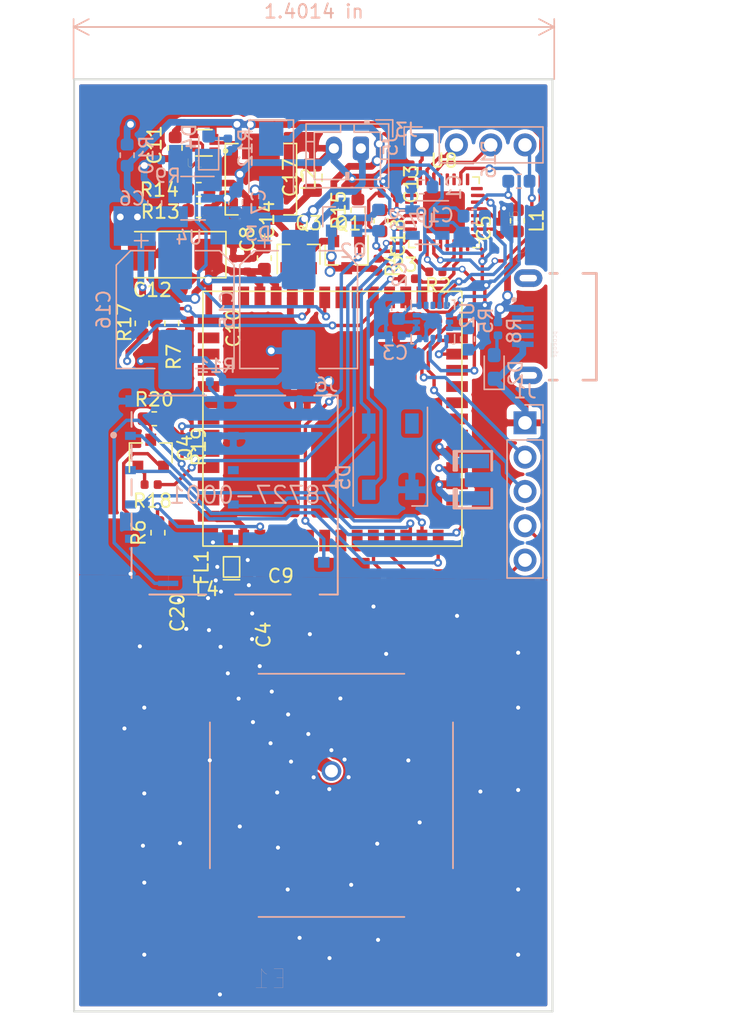
<source format=kicad_pcb>
(kicad_pcb (version 20171130) (host pcbnew "(5.1.5-0)")
  (layers (0 F.Cu signal) (31 B.Cu signal) (34 B.Paste user) (35 F.Paste user) (36 B.SilkS user) (37 F.SilkS user) (38 B.Mask user) (39 F.Mask user) (44 Edge.Cuts user))
  (net 0 "")
  (net 1 GNDREF)
  (net 2 BAT_IN)
  (net 3 /CHARGER_STAT)
  (net 4 /CHARGER_PROG)
  (net 5 /UART1_TXD)
  (net 6 /UART1_RXD)
  (net 7 /HST_RXD)
  (net 8 /HST_TXD)
  (net 9 /VBAT)
  (net 10 /GPS_RF)
  (net 11 /PWR_CTRL)
  (net 12 /ACCEL_INT2)
  (net 13 /ACCEL_INT1)
  (net 14 /LED_CTL)
  (net 15 /APW_OUT)
  (net 16 /SIM_RST)
  (net 17 /SIM_CLK)
  (net 18 /VSIM)
  (net 19 /SIM_IO)
  (net 20 "Net-(D1-Pad45)")
  (net 21 /AVR_RST)
  (net 22 "Net-(D1-Pad9)")
  (net 23 /AVR_MOSI_SDA)
  (net 24 /AVR_SCK)
  (net 25 "Net-(D2-Pad2)")
  (net 26 "Net-(D4-Pad2)")
  (net 27 "Net-(D1-Pad5)")
  (net 28 /GPS_POWER)
  (net 29 /2.5v)
  (net 30 /GPS_SIGNAL)
  (net 31 "Net-(R13-Pad2)")
  (net 32 /+5V)
  (net 33 "Net-(J2-PadP1)")
  (net 34 "Net-(C20-Pad1)")
  (net 35 "Net-(L2-Pad1)")
  (net 36 /ISP_MISO)
  (net 37 /ISP_MOSI)
  (net 38 /ISP_SCK)
  (net 39 /BATTERY_IN)
  (net 40 "Net-(R2-Pad2)")
  (net 41 "Net-(R3-Pad1)")
  (net 42 "Net-(R5-Pad1)")
  (net 43 GNDD)
  (net 44 /LOW_CURRENT)
  (net 45 /SIM_DETECT_LINE)
  (net 46 /POWER_INPUT)
  (net 47 /ANT_OUT)
  (net 48 /LNA_OUTPUT)
  (net 49 /AVCC)
  (net 50 "Net-(Q4-Pad3)")
  (net 51 /ADC_ENABLE)
  (net 52 /ADC_IN)
  (net 53 "Net-(R18-Pad2)")
  (module imported:SOT1232 (layer F.Cu) (at 174.5615 101.22408 270)
    (fp_text reference U5 (at -27.4132 -20.515 270) (layer F.SilkS) (effects (font (size 0.629921 0.629921) (thickness 0.015))))
    (fp_text value BGU8019)
    (pad 5 smd rect (at 1.825 0 270) (size 0.5 1) (layers F.Cu) (net 30 /GPS_SIGNAL))
    (pad 5 smd custom (at 0.2 0 270) (size 0.25 0.25) (layers F.Cu) (net 30 /GPS_SIGNAL) (options (clearance outline) (anchor rect)) (primitives (gr_poly (pts (xy -0.125 -0.125) (xy 0.125 -0.125) (xy 1.375 -0.5) (xy 1.875 -0.5) (xy 1.875 0.5) (xy 1.375 0.5) (xy 0.125 0.125) (xy -0.125 0.125)) (width 0))))
    (pad 6 smd rect (at 0.2 -0.4 270) (size 0.25 0.25) (layers F.Cu F.Paste) (net 28 /GPS_POWER))
    (pad 1 smd rect (at -0.2 -0.4 270) (size 0.25 0.25) (layers F.Cu F.Paste) (net 43 GNDD))
    (pad 4 smd rect (at 0.2 0.4 270) (size 0.25 0.25) (layers F.Cu F.Paste) (net 43 GNDD))
    (pad 3 smd rect (at -0.2 0.4 270) (size 0.25 0.25) (layers F.Cu F.Paste) (net 48 /LNA_OUTPUT))
    (pad 5 smd rect (at 0.2 0 270) (size 0.25 0.25) (layers F.Cu F.Paste) (net 30 /GPS_SIGNAL))
    (pad 2 smd rect (at -0.2 0 270) (size 0.25 0.25) (layers F.Cu F.Paste) (net 28 /GPS_POWER))
  )
  (module imported:AMPHENOL_MUC-20PFFR-JS7001 (layer B.Cu) (at 198.17842 81.81848 270)
    (fp_text reference J2 (at -5.258405 2.582985 270) (layer B.SilkS) (effects (font (size 0.640244 0.640244) (thickness 0.015)) (justify mirror)))
    (fp_text value MUC-20PFFR-JS7001)
    (fp_text user pcb~edge (at 1.30255 0.100196 90) (layer B.SilkS) (effects (font (size 0.320628 0.320628) (thickness 0.015)) (justify mirror)))
    (fp_line (start -4.05 1.65) (end -4.05 2.45) (layer F.Cu) (width 0.4))
    (fp_arc (start -3.6 1.65) (end -4.05 1.65) (angle 90) (layer F.Cu) (width 0.4))
    (fp_arc (start -3.6 1.65) (end -3.6 1.2) (angle 90) (layer F.Cu) (width 0.4))
    (fp_line (start -3.15 2.45) (end -3.15 1.65) (layer F.Cu) (width 0.4))
    (fp_arc (start -3.6 2.45) (end -3.15 2.45) (angle 90) (layer F.Cu) (width 0.4))
    (fp_arc (start -3.6 2.45) (end -3.6 2.9) (angle 90) (layer F.Cu) (width 0.4))
    (fp_line (start -4.05 1.65) (end -4.05 2.45) (layer B.Cu) (width 0.4))
    (fp_arc (start -3.6 1.65) (end -4.05 1.65) (angle 90) (layer B.Cu) (width 0.4))
    (fp_arc (start -3.6 1.65) (end -3.6 1.2) (angle 90) (layer B.Cu) (width 0.4))
    (fp_line (start -3.15 2.45) (end -3.15 1.65) (layer B.Cu) (width 0.4))
    (fp_arc (start -3.6 2.45) (end -3.15 2.45) (angle 90) (layer B.Cu) (width 0.4))
    (fp_arc (start -3.6 2.45) (end -3.6 2.9) (angle 90) (layer B.Cu) (width 0.4))
    (fp_line (start -3.85 1.65) (end -3.85 2.45) (layer Edge.Cuts) (width 0.001))
    (fp_arc (start -3.6 1.65) (end -3.85 1.65) (angle 90) (layer Edge.Cuts) (width 0.001))
    (fp_arc (start -3.6 1.65) (end -3.6 1.4) (angle 90) (layer Edge.Cuts) (width 0.001))
    (fp_line (start -3.35 2.45) (end -3.35 1.65) (layer Edge.Cuts) (width 0.001))
    (fp_arc (start -3.6 2.45) (end -3.35 2.45) (angle 90) (layer Edge.Cuts) (width 0.001))
    (fp_arc (start -3.6 2.45) (end -3.6 2.7) (angle 90) (layer Edge.Cuts) (width 0.001))
    (fp_line (start 3.15 1.65) (end 3.15 2.45) (layer F.Cu) (width 0.4))
    (fp_arc (start 3.6 1.65) (end 3.15 1.65) (angle 90) (layer F.Cu) (width 0.4))
    (fp_arc (start 3.6 1.65) (end 3.6 1.2) (angle 90) (layer F.Cu) (width 0.4))
    (fp_line (start 4.05 2.45) (end 4.05 1.65) (layer F.Cu) (width 0.4))
    (fp_arc (start 3.6 2.45) (end 4.05 2.45) (angle 90) (layer F.Cu) (width 0.4))
    (fp_arc (start 3.6 2.45) (end 3.6 2.9) (angle 90) (layer F.Cu) (width 0.4))
    (fp_line (start 3.15 1.65) (end 3.15 2.45) (layer B.Cu) (width 0.4))
    (fp_arc (start 3.6 1.65) (end 3.15 1.65) (angle 90) (layer B.Cu) (width 0.4))
    (fp_arc (start 3.6 1.65) (end 3.6 1.2) (angle 90) (layer B.Cu) (width 0.4))
    (fp_line (start 4.05 2.45) (end 4.05 1.65) (layer B.Cu) (width 0.4))
    (fp_arc (start 3.6 2.45) (end 4.05 2.45) (angle 90) (layer B.Cu) (width 0.4))
    (fp_arc (start 3.6 2.45) (end 3.6 2.9) (angle 90) (layer B.Cu) (width 0.4))
    (fp_line (start 3.35 1.65) (end 3.35 2.45) (layer Edge.Cuts) (width 0.001))
    (fp_arc (start 3.6 1.65) (end 3.35 1.65) (angle 90) (layer Edge.Cuts) (width 0.001))
    (fp_arc (start 3.6 1.65) (end 3.6 1.4) (angle 90) (layer Edge.Cuts) (width 0.001))
    (fp_line (start 3.85 2.45) (end 3.85 1.65) (layer Edge.Cuts) (width 0.001))
    (fp_arc (start 3.6 2.45) (end 3.85 2.45) (angle 90) (layer Edge.Cuts) (width 0.001))
    (fp_arc (start 3.6 2.45) (end 3.6 2.7) (angle 90) (layer Edge.Cuts) (width 0.001))
    (pad P2 smd rect (at 3.136 2.132 270) (size 0.1 0.16) (layers B.Cu) (net 33 "Net-(J2-PadP1)"))
    (pad P1 smd rect (at -4.064 2.032 270) (size 0.1 0.16) (layers B.Cu) (net 33 "Net-(J2-PadP1)"))
    (pad 5 smd rect (at 1.3 2.45 270) (size 0.4 1.6) (layers B.Cu B.Paste B.Mask) (net 1 GNDREF))
    (pad 4 smd rect (at 0.65 2.45 270) (size 0.4 1.6) (layers B.Cu B.Paste B.Mask))
    (pad 3 smd rect (at 0 2.45 270) (size 0.4 1.6) (layers B.Cu B.Paste B.Mask))
    (pad 2 smd rect (at -0.65 2.45 270) (size 0.4 1.6) (layers B.Cu B.Paste B.Mask))
    (pad 1 smd rect (at -1.3 2.45 270) (size 0.4 1.6) (layers B.Cu B.Paste B.Mask) (net 32 /+5V))
  )
  (module imported:XDCR_ANT-GNSSCP-TH18L1 (layer B.Cu) (at 181.55842 116.50648)
    (fp_text reference E1 (at -4.555 13.589) (layer B.SilkS) (effects (font (size 1.4 1.4) (thickness 0.015)) (justify mirror)))
    (fp_text value ANT-GNSSCP-TH18L1)
    (pad 1 thru_hole circle (at 0 -1.8) (size 1.458 1.458) (drill 0.95) (layers *.Cu *.Mask) (net 47 /ANT_OUT))
    (pad 5 smd rect (at -9 9) (size 6.5 6.5) (layers B.Cu B.Paste B.Mask) (net 43 GNDD))
    (pad 4 smd rect (at -9 -9) (size 6.5 6.5) (layers B.Cu B.Paste B.Mask) (net 43 GNDD))
    (pad 3 smd rect (at 9 -9) (size 6.5 6.5) (layers B.Cu B.Paste B.Mask) (net 43 GNDD))
    (pad 2 smd rect (at 9 9) (size 6.5 6.5) (layers B.Cu B.Paste B.Mask) (net 43 GNDD))
  )
  (module Resistor_SMD:R_0603_1608Metric (layer F.Cu) (at 183.51842 73.18448 90)
    (fp_text reference R15 (at 0 -1.43 270) (layer F.SilkS))
    (fp_text value 10K)
    (pad 2 smd roundrect (at 0.7875 0 90) (size 0.875 0.95) (layers F.Cu F.Paste F.Mask) (net 1 GNDREF))
    (pad 1 smd roundrect (at -0.7875 0 90) (size 0.875 0.95) (layers F.Cu F.Paste F.Mask) (net 45 /SIM_DETECT_LINE))
  )
  (module imported:A9 (layer F.Cu) (at 189.46046 79.24424 270)
    (fp_text reference D1 (at 0.33024 -1.21796 90) (layer F.SilkS) (effects (font (thickness 0.015))))
    (fp_text value A9G)
    (pad 56 smd rect (at 7.5 9.7 270) (size 1.5 1.5) (layers F.Cu F.Paste F.Mask) (net 1 GNDREF))
    (pad 55 smd rect (at 5.2 3.1 270) (size 3 3) (layers F.Cu F.Paste F.Mask) (net 1 GNDREF))
    (pad 14 smd rect (at 0.4 15.6 270) (size 1.6 0.8) (layers F.Cu F.Paste F.Mask))
    (pad 13 smd rect (at 0.4 14.4 270) (size 1.6 0.8) (layers F.Cu F.Paste F.Mask))
    (pad 12 smd rect (at 0.4 13.2 270) (size 1.6 0.8) (layers F.Cu F.Paste F.Mask) (net 9 /VBAT))
    (pad 11 smd rect (at 0.4 12 270) (size 1.6 0.8) (layers F.Cu F.Paste F.Mask) (net 9 /VBAT))
    (pad 10 smd rect (at 0.4 10.8 270) (size 1.6 0.8) (layers F.Cu F.Paste F.Mask) (net 1 GNDREF))
    (pad 9 smd rect (at 0.4 9.6 270) (size 1.6 0.8) (layers F.Cu F.Paste F.Mask) (net 22 "Net-(D1-Pad9)"))
    (pad 8 smd rect (at 0.4 8.4 270) (size 1.6 0.8) (layers F.Cu F.Paste F.Mask) (net 3 /CHARGER_STAT))
    (pad 7 smd rect (at 0.4 7.2 270) (size 1.6 0.8) (layers F.Cu F.Paste F.Mask))
    (pad 6 smd rect (at 0.4 6 270) (size 1.6 0.8) (layers F.Cu F.Paste F.Mask))
    (pad 5 smd rect (at 0.4 4.8 270) (size 1.6 0.8) (layers F.Cu F.Paste F.Mask) (net 27 "Net-(D1-Pad5)"))
    (pad 4 smd rect (at 0.4 3.6 270) (size 1.6 0.8) (layers F.Cu F.Paste F.Mask))
    (pad 3 smd rect (at 0.4 2.4 270) (size 1.6 0.8) (layers F.Cu F.Paste F.Mask))
    (pad 2 smd rect (at 0.4 1.2 270) (size 1.6 0.8) (layers F.Cu F.Paste F.Mask) (net 23 /AVR_MOSI_SDA))
    (pad 1 smd rect (at 0.4 0 270) (size 1.6 0.8) (layers F.Cu F.Paste F.Mask) (net 24 /AVR_SCK))
    (pad 15 smd rect (at 2.2 17 270) (size 0.8 1.6) (layers F.Cu F.Paste F.Mask) (net 9 /VBAT))
    (pad 16 smd rect (at 3.4 17 270) (size 0.8 1.6) (layers F.Cu F.Paste F.Mask))
    (pad 17 smd rect (at 4.6 17 270) (size 0.8 1.6) (layers F.Cu F.Paste F.Mask))
    (pad 18 smd rect (at 5.8 17 270) (size 0.8 1.6) (layers F.Cu F.Paste F.Mask))
    (pad 19 smd rect (at 7 17 270) (size 0.8 1.6) (layers F.Cu F.Paste F.Mask))
    (pad 20 smd rect (at 8.2 17 270) (size 0.8 1.6) (layers F.Cu F.Paste F.Mask))
    (pad 21 smd rect (at 9.4 17 270) (size 0.8 1.6) (layers F.Cu F.Paste F.Mask))
    (pad 22 smd rect (at 10.6 17 270) (size 0.8 1.6) (layers F.Cu F.Paste F.Mask))
    (pad 23 smd rect (at 11.8 17 270) (size 0.8 1.6) (layers F.Cu F.Paste F.Mask))
    (pad 24 smd rect (at 13 17 270) (size 0.8 1.6) (layers F.Cu F.Paste F.Mask))
    (pad 25 smd rect (at 14.2 17 270) (size 0.8 1.6) (layers F.Cu F.Paste F.Mask))
    (pad 26 smd rect (at 15.4 17 270) (size 0.8 1.6) (layers F.Cu F.Paste F.Mask))
    (pad 27 smd rect (at 16.6 17 270) (size 0.8 1.6) (layers F.Cu F.Paste F.Mask) (net 1 GNDREF))
    (pad 28 smd rect (at 18.4 15.6 270) (size 1.6 0.8) (layers F.Cu F.Paste F.Mask) (net 10 /GPS_RF))
    (pad 29 smd rect (at 18.4 14.4 270) (size 1.6 0.8) (layers F.Cu F.Paste F.Mask) (net 1 GNDREF))
    (pad 30 smd rect (at 18.4 13.2 270) (size 1.6 0.8) (layers F.Cu F.Paste F.Mask) (net 28 /GPS_POWER))
    (pad 31 smd rect (at 18.4 12 270) (size 1.6 0.8) (layers F.Cu F.Paste F.Mask))
    (pad 32 smd rect (at 18.4 10.8 270) (size 1.6 0.8) (layers F.Cu F.Paste F.Mask))
    (pad 33 smd rect (at 18.4 9.6 270) (size 1.6 0.8) (layers F.Cu F.Paste F.Mask))
    (pad 34 smd rect (at 18.4 8.4 270) (size 1.6 0.8) (layers F.Cu F.Paste F.Mask))
    (pad 35 smd rect (at 18.4 7.2 270) (size 1.6 0.8) (layers F.Cu F.Paste F.Mask))
    (pad 36 smd rect (at 18.4 6 270) (size 1.6 0.8) (layers F.Cu F.Paste F.Mask))
    (pad 37 smd rect (at 18.4 4.8 270) (size 1.6 0.8) (layers F.Cu F.Paste F.Mask) (net 8 /HST_TXD))
    (pad 38 smd rect (at 18.4 3.6 270) (size 1.6 0.8) (layers F.Cu F.Paste F.Mask) (net 7 /HST_RXD))
    (pad 39 smd rect (at 18.4 2.4 270) (size 1.6 0.8) (layers F.Cu F.Paste F.Mask) (net 19 /SIM_IO))
    (pad 40 smd rect (at 18.4 1.2 270) (size 1.6 0.8) (layers F.Cu F.Paste F.Mask) (net 18 /VSIM))
    (pad 41 smd rect (at 18.4 0 270) (size 1.6 0.8) (layers F.Cu F.Paste F.Mask) (net 17 /SIM_CLK))
    (pad 54 smd rect (at 2.2 -1.4 270) (size 0.8 1.6) (layers F.Cu F.Paste F.Mask) (net 5 /UART1_TXD))
    (pad 53 smd rect (at 3.4 -1.4 270) (size 0.8 1.6) (layers F.Cu F.Paste F.Mask) (net 6 /UART1_RXD))
    (pad 52 smd rect (at 4.6 -1.4 270) (size 0.8 1.6) (layers F.Cu F.Paste F.Mask) (net 12 /ACCEL_INT2))
    (pad 51 smd rect (at 5.8 -1.4 270) (size 0.8 1.6) (layers F.Cu F.Paste F.Mask))
    (pad 50 smd rect (at 7 -1.4 270) (size 0.8 1.6) (layers F.Cu F.Paste F.Mask))
    (pad 49 smd rect (at 8.2 -1.4 270) (size 0.8 1.6) (layers F.Cu F.Paste F.Mask))
    (pad 48 smd rect (at 9.4 -1.4 270) (size 0.8 1.6) (layers F.Cu F.Paste F.Mask))
    (pad 47 smd rect (at 10.6 -1.4 270) (size 0.8 1.6) (layers F.Cu F.Paste F.Mask))
    (pad 46 smd rect (at 11.8 -1.4 270) (size 0.8 1.6) (layers F.Cu F.Paste F.Mask) (net 1 GNDREF))
    (pad 45 smd rect (at 13 -1.4 270) (size 0.8 1.6) (layers F.Cu F.Paste F.Mask) (net 20 "Net-(D1-Pad45)"))
    (pad 44 smd rect (at 14.2 -1.4 270) (size 0.8 1.6) (layers F.Cu F.Paste F.Mask) (net 1 GNDREF))
    (pad 43 smd rect (at 15.4 -1.4 270) (size 0.8 1.6) (layers F.Cu F.Paste F.Mask))
    (pad 42 smd rect (at 16.6 -1.4 270) (size 0.8 1.6) (layers F.Cu F.Paste F.Mask) (net 16 /SIM_RST))
  )
  (module Filter:Filter_1411-5_1.4x1.1mm (layer F.Cu) (at 174.16018 99.59848 90)
    (fp_text reference FL1 (at -0.04572 -2.21996 270) (layer F.SilkS))
    (fp_text value SF14-1582M5UUD2)
    (pad 5 smd rect (at 0 -0.2875 180) (size 0.325 0.25) (layers F.Cu F.Paste F.Mask) (net 43 GNDD))
    (pad 4 smd rect (at 0.5 -0.2875 180) (size 0.325 0.25) (layers F.Cu F.Paste F.Mask) (net 10 /GPS_RF))
    (pad 3 smd rect (at 0.5 0.2875 180) (size 0.325 0.25) (layers F.Cu F.Paste F.Mask) (net 43 GNDD))
    (pad 2 smd rect (at 0 0.2875 180) (size 0.325 0.25) (layers F.Cu F.Paste F.Mask) (net 43 GNDD))
    (pad 1 smd rect (at -0.5 0 180) (size 0.325 0.25) (layers F.Cu F.Paste F.Mask) (net 48 /LNA_OUTPUT))
  )
  (module Resistor_SMD:R_0402_1005Metric (layer F.Cu) (at 168.20642 93.50248)
    (fp_text reference R18 (at 0.09552 1.19984) (layer F.SilkS))
    (fp_text value 470)
    (pad 1 smd roundrect (at -0.485 0) (size 0.59 0.64) (layers F.Cu F.Paste F.Mask) (net 51 /ADC_ENABLE))
    (pad 2 smd roundrect (at 0.485 0) (size 0.59 0.64) (layers F.Cu F.Paste F.Mask) (net 53 "Net-(R18-Pad2)"))
  )
  (module Resistor_SMD:R_0402_1005Metric (layer F.Cu) (at 170.49242 90.45448 90)
    (fp_text reference R19 (at -0.24812 1.24524 90) (layer F.SilkS))
    (fp_text value 5K)
    (pad 1 smd roundrect (at -0.485 0 90) (size 0.59 0.64) (layers F.Cu F.Paste F.Mask) (net 44 /LOW_CURRENT))
    (pad 2 smd roundrect (at 0.485 0 90) (size 0.59 0.64) (layers F.Cu F.Paste F.Mask) (net 52 /ADC_IN))
  )
  (module Resistor_SMD:R_0603_1608Metric (layer F.Cu) (at 168.43642 88.63048)
    (fp_text reference R20 (at 0 -1.43) (layer F.SilkS))
    (fp_text value 10K)
    (pad 1 smd roundrect (at -0.7875 0) (size 0.875 0.95) (layers F.Cu F.Paste F.Mask) (net 50 "Net-(Q4-Pad3)"))
    (pad 2 smd roundrect (at 0.7875 0) (size 0.875 0.95) (layers F.Cu F.Paste F.Mask) (net 52 /ADC_IN))
  )
  (module Package_TO_SOT_SMD:SOT-23 (layer F.Cu) (at 168.17642 91.18048 90)
    (fp_text reference Q4 (at 0.381 2.54 90) (layer F.SilkS))
    (fp_text value DMN60H080DS)
    (pad 1 smd rect (at -1 -0.95 90) (size 0.9 0.8) (layers F.Cu F.Paste F.Mask) (net 51 /ADC_ENABLE))
    (pad 2 smd rect (at -1 0.95 90) (size 0.9 0.8) (layers F.Cu F.Paste F.Mask) (net 43 GNDD))
    (pad 3 smd rect (at 1 0 90) (size 0.9 0.8) (layers F.Cu F.Paste F.Mask) (net 50 "Net-(Q4-Pad3)"))
  )
  (module Inductor_SMD:L_0603_1608Metric (layer F.Cu) (at 195.32842 73.97448 270)
    (fp_text reference L1 (at 0 -1.43 90) (layer F.SilkS))
    (fp_text value 10uH)
    (pad 1 smd roundrect (at -0.7875 0 270) (size 0.875 0.95) (layers F.Cu F.Paste F.Mask) (net 29 /2.5v))
    (pad 2 smd roundrect (at 0.7875 0 270) (size 0.875 0.95) (layers F.Cu F.Paste F.Mask) (net 49 /AVCC))
  )
  (module Capacitor_SMD:C_0402_1005Metric (layer F.Cu) (at 194.01842 74.53448 90)
    (fp_text reference C5 (at 0 -1.17 90) (layer F.SilkS))
    (fp_text value 100nF)
    (pad 1 smd roundrect (at -0.485 0 90) (size 0.59 0.64) (layers F.Cu F.Paste F.Mask) (net 49 /AVCC))
    (pad 2 smd roundrect (at 0.485 0 90) (size 0.59 0.64) (layers F.Cu F.Paste F.Mask) (net 43 GNDD))
  )
  (module Resistor_SMD:R_0603_1608Metric (layer B.Cu) (at 195.43842 71.04448 180)
    (fp_text reference R16 (at 2.22652 1.62752 270) (layer B.SilkS) (effects (justify mirror)))
    (fp_text value 10K)
    (pad 1 smd roundrect (at -0.7875 0 180) (size 0.875 0.95) (layers B.Cu B.Paste B.Mask) (net 21 /AVR_RST))
    (pad 2 smd roundrect (at 0.7875 0 180) (size 0.875 0.95) (layers B.Cu B.Paste B.Mask) (net 29 /2.5v))
  )
  (module Resistor_SMD:R_0603_1608Metric (layer F.Cu) (at 167.54094 81.56966 270)
    (fp_text reference R17 (at -0.06106 1.3208 90) (layer F.SilkS))
    (fp_text value 10K)
    (pad 1 smd roundrect (at -0.7875 0 270) (size 0.875 0.95) (layers F.Cu F.Paste F.Mask) (net 32 /+5V))
    (pad 2 smd roundrect (at 0.7875 0 270) (size 0.875 0.95) (layers F.Cu F.Paste F.Mask) (net 27 "Net-(D1-Pad5)"))
  )
  (module Resistor_SMD:R_0603_1608Metric (layer F.Cu) (at 171.72178 73.21804)
    (fp_text reference R14 (at -2.91336 -1.54356) (layer F.SilkS))
    (fp_text value 10K)
    (pad 1 smd roundrect (at -0.7875 0) (size 0.875 0.95) (layers F.Cu F.Paste F.Mask) (net 31 "Net-(R13-Pad2)"))
    (pad 2 smd roundrect (at 0.7875 0) (size 0.875 0.95) (layers F.Cu F.Paste F.Mask) (net 1 GNDREF))
  )
  (module Resistor_SMD:R_0603_1608Metric (layer F.Cu) (at 169.73042 81.56448 90)
    (fp_text reference R7 (at -2.4892 0.1524 90) (layer F.SilkS))
    (fp_text value 10K)
    (pad 1 smd roundrect (at -0.7875 0 90) (size 0.875 0.95) (layers F.Cu F.Paste F.Mask) (net 1 GNDREF))
    (pad 2 smd roundrect (at 0.7875 0 90) (size 0.875 0.95) (layers F.Cu F.Paste F.Mask) (net 22 "Net-(D1-Pad9)"))
  )
  (module Resistor_SMD:R_0603_1608Metric (layer F.Cu) (at 168.70842 97.06448 90)
    (fp_text reference R6 (at 0 -1.43 90) (layer F.SilkS))
    (fp_text value 10K)
    (pad 1 smd roundrect (at -0.7875 0 90) (size 0.875 0.95) (layers F.Cu F.Paste F.Mask) (net 43 GNDD))
    (pad 2 smd roundrect (at 0.7875 0 90) (size 0.875 0.95) (layers F.Cu F.Paste F.Mask) (net 28 /GPS_POWER))
  )
  (module Resistor_SMD:R_0603_1608Metric (layer B.Cu) (at 191.63842 82.72448 270)
    (fp_text reference R5 (at -1.3617 -1.36172 90) (layer B.SilkS) (effects (justify mirror)))
    (fp_text value 10K)
    (pad 1 smd roundrect (at -0.7875 0 270) (size 0.875 0.95) (layers B.Cu B.Paste B.Mask) (net 42 "Net-(R5-Pad1)"))
    (pad 2 smd roundrect (at 0.7875 0 270) (size 0.875 0.95) (layers B.Cu B.Paste B.Mask) (net 43 GNDD))
  )
  (module Package_TO_SOT_SMD:SOT-23 (layer F.Cu) (at 182.68442 76.48448 270)
    (fp_text reference Q1 (at -2.30632 -0.09144 180) (layer F.SilkS))
    (fp_text value DMG2305UXQ)
    (pad 1 smd rect (at -1 -0.95 270) (size 0.9 0.8) (layers F.Cu F.Paste F.Mask) (net 45 /SIM_DETECT_LINE))
    (pad 2 smd rect (at -1 0.95 270) (size 0.9 0.8) (layers F.Cu F.Paste F.Mask) (net 46 /POWER_INPUT))
    (pad 3 smd rect (at 1 0 270) (size 0.9 0.8) (layers F.Cu F.Paste F.Mask) (net 2 BAT_IN))
  )
  (module simcard:Molex-78727-0001-0-0-MFG (layer B.Cu) (at 175.74514 94.27464 180)
    (fp_text reference J6 (at -6.405 8.165) (layer B.SilkS) (effects (justify left mirror)))
    (fp_text value 78727-0001 (at 0 0) (layer B.SilkS) (effects (font (size 1.27 1.27)) (justify mirror)))
    (pad 7 smd rect (at 6.274999 -6.54 180) (size 1.5 0.4) (layers B.Cu B.Paste B.Mask) (net 44 /LOW_CURRENT))
    (pad 8 smd rect (at 8.745 -6.95 180) (size 1.4 0.87) (layers B.Cu B.Paste B.Mask) (net 43 GNDD))
    (pad 3 smd rect (at 8.745 6.95 180) (size 1.4 0.87) (layers B.Cu B.Paste B.Mask) (net 43 GNDD))
    (pad 1 smd rect (at -3.465 7.11 180) (size 1.4 0.42) (layers B.Cu B.Paste B.Mask) (net 43 GNDD))
    (pad 2 smd rect (at 2.395 7.11 180) (size 1.4 0.42) (layers B.Cu B.Paste B.Mask) (net 43 GNDD))
    (pad 6 smd rect (at 2.395 -7.12 180) (size 1.4 0.42) (layers B.Cu B.Paste B.Mask) (net 43 GNDD))
    (pad 5 smd rect (at -3.865 -7.12 180) (size 1.4 0.42) (layers B.Cu B.Paste B.Mask) (net 43 GNDD))
    (pad 4 smd rect (at -5.245 -4.98 180) (size 0.85 0.8) (layers B.Cu B.Paste B.Mask) (net 45 /SIM_DETECT_LINE))
    (pad C1 smd rect (at 9.075 4.38 180) (size 0.8 0.6) (layers B.Cu B.Paste B.Mask) (net 18 /VSIM))
    (pad C2 smd rect (at 9.075 1.84 180) (size 0.8 0.6) (layers B.Cu B.Paste B.Mask) (net 16 /SIM_RST))
    (pad C3 smd rect (at 9.075 -0.7 180) (size 0.8 0.6) (layers B.Cu B.Paste B.Mask) (net 17 /SIM_CLK))
    (pad C4 smd rect (at 9.075 -3.24 180) (size 0.8 0.6) (layers B.Cu B.Paste B.Mask))
    (pad C5 smd rect (at 1.455 4.38 180) (size 0.8 0.6) (layers B.Cu B.Paste B.Mask) (net 43 GNDD))
    (pad C6 smd rect (at 1.455 1.84 180) (size 0.8 0.6) (layers B.Cu B.Paste B.Mask))
    (pad C7 smd rect (at 1.455 -0.7 180) (size 0.8 0.6) (layers B.Cu B.Paste B.Mask) (net 19 /SIM_IO))
    (pad C8 smd rect (at 1.455 -3.24 180) (size 0.8 0.6) (layers B.Cu B.Paste B.Mask))
  )
  (module Resistor_SMD:R_0402_1005Metric (layer B.Cu) (at 173.03242 85.88248 180)
    (fp_text reference R11 (at 0 1.17 180) (layer B.SilkS) (effects (justify mirror)))
    (fp_text value 0)
    (pad 1 smd roundrect (at -0.485 0 180) (size 0.59 0.64) (layers B.Cu B.Paste B.Mask) (net 1 GNDREF))
    (pad 2 smd roundrect (at 0.485 0 180) (size 0.59 0.64) (layers B.Cu B.Paste B.Mask) (net 43 GNDD))
  )
  (module Resistor_SMD:R_0402_1005Metric (layer F.Cu) (at 184.99842 77.26448 90)
    (fp_text reference R4 (at 0.0748 1.10008 90) (layer F.SilkS))
    (fp_text value 0)
    (pad 1 smd roundrect (at -0.485 0 90) (size 0.59 0.64) (layers F.Cu F.Paste F.Mask) (net 2 BAT_IN))
    (pad 2 smd roundrect (at 0.485 0 90) (size 0.59 0.64) (layers F.Cu F.Paste F.Mask) (net 44 /LOW_CURRENT))
  )
  (module Resistor_SMD:R_0603_1608Metric (layer B.Cu) (at 166.42842 69.11848 90)
    (fp_text reference R10 (at 0 1.43 90) (layer B.SilkS) (effects (justify mirror)))
    (fp_text value 100K)
    (pad 1 smd roundrect (at -0.7875 0 90) (size 0.875 0.95) (layers B.Cu B.Paste B.Mask) (net 32 /+5V))
    (pad 2 smd roundrect (at 0.7875 0 90) (size 0.875 0.95) (layers B.Cu B.Paste B.Mask) (net 1 GNDREF))
  )
  (module Capacitor_SMD:C_0402_1005Metric (layer F.Cu) (at 174.5107 104.6988 270)
    (fp_text reference C4 (at -0.07112 -2.0193 90) (layer F.SilkS))
    (fp_text value "1.2 pF")
    (pad 1 smd roundrect (at -0.485 0 270) (size 0.59 0.64) (layers F.Cu F.Paste F.Mask) (net 30 /GPS_SIGNAL))
    (pad 2 smd roundrect (at 0.485 0 270) (size 0.59 0.64) (layers F.Cu F.Paste F.Mask) (net 47 /ANT_OUT))
  )
  (module Connector_PinHeader_2.54mm:PinHeader_1x05_P2.54mm_Vertical (layer B.Cu) (at 195.89242 88.93048 180)
    (fp_text reference J1 (at 0 2.33) (layer B.SilkS) (effects (justify mirror)))
    (fp_text value Conn_01x05_Male)
    (pad 1 thru_hole rect (at 0 0 180) (size 1.7 1.7) (drill 1) (layers *.Cu *.Mask) (net 1 GNDREF))
    (pad 2 thru_hole oval (at 0 -2.54 180) (size 1.7 1.7) (drill 1) (layers *.Cu *.Mask) (net 5 /UART1_TXD))
    (pad 3 thru_hole oval (at 0 -5.08 180) (size 1.7 1.7) (drill 1) (layers *.Cu *.Mask) (net 6 /UART1_RXD))
    (pad 4 thru_hole oval (at 0 -7.62 180) (size 1.7 1.7) (drill 1) (layers *.Cu *.Mask) (net 8 /HST_TXD))
    (pad 5 thru_hole oval (at 0 -10.16 180) (size 1.7 1.7) (drill 1) (layers *.Cu *.Mask) (net 7 /HST_RXD))
  )
  (module Connector_PinHeader_2.54mm:PinHeader_1x04_P2.54mm_Vertical (layer B.Cu) (at 188.27242 68.35648 270)
    (fp_text reference J5 (at 0 2.33 270) (layer B.SilkS) (effects (justify mirror)))
    (fp_text value Conn_01x04_Male)
    (pad 1 thru_hole rect (at 0 0 270) (size 1.7 1.7) (drill 1) (layers *.Cu *.Mask) (net 38 /ISP_SCK))
    (pad 2 thru_hole oval (at 0 -2.54 270) (size 1.7 1.7) (drill 1) (layers *.Cu *.Mask) (net 36 /ISP_MISO))
    (pad 3 thru_hole oval (at 0 -5.08 270) (size 1.7 1.7) (drill 1) (layers *.Cu *.Mask) (net 37 /ISP_MOSI))
    (pad 4 thru_hole oval (at 0 -7.62 270) (size 1.7 1.7) (drill 1) (layers *.Cu *.Mask) (net 21 /AVR_RST))
  )
  (module Resistor_SMD:R_0402_1005Metric (layer F.Cu) (at 187.25642 78.26248 180)
    (fp_text reference R3 (at 0.29196 1.03232) (layer F.SilkS))
    (fp_text value 470)
    (pad 1 smd roundrect (at -0.485 0 180) (size 0.59 0.64) (layers F.Cu F.Paste F.Mask) (net 41 "Net-(R3-Pad1)"))
    (pad 2 smd roundrect (at 0.485 0 180) (size 0.59 0.64) (layers F.Cu F.Paste F.Mask) (net 14 /LED_CTL))
  )
  (module Resistor_SMD:R_0402_1005Metric (layer F.Cu) (at 189.28842 77.75448)
    (fp_text reference R2 (at 0.176 1.012) (layer F.SilkS))
    (fp_text value 470)
    (pad 1 smd roundrect (at -0.485 0) (size 0.59 0.64) (layers F.Cu F.Paste F.Mask) (net 11 /PWR_CTRL))
    (pad 2 smd roundrect (at 0.485 0) (size 0.59 0.64) (layers F.Cu F.Paste F.Mask) (net 40 "Net-(R2-Pad2)"))
  )
  (module Package_DFN_QFN:QFN-32-1EP_5x5mm_P0.5mm_EP3.1x3.1mm (layer F.Cu) (at 189.88842 73.34448)
    (fp_text reference U8 (at 0 -3.82) (layer F.SilkS))
    (fp_text value ATtiny861A-MU)
    (pad 33 smd roundrect (at 0 0) (size 3.1 3.1) (layers F.Cu F.Mask) (roundrect_rratio 0.08064499999999999) (net 43 GNDD))
    (pad 1 smd roundrect (at -2.4375 -1.75) (size 0.875 0.25) (layers F.Cu F.Paste F.Mask))
    (pad 2 smd roundrect (at -2.4375 -1.25) (size 0.875 0.25) (layers F.Cu F.Paste F.Mask))
    (pad 3 smd roundrect (at -2.4375 -0.75) (size 0.875 0.25) (layers F.Cu F.Paste F.Mask))
    (pad 4 smd roundrect (at -2.4375 -0.25) (size 0.875 0.25) (layers F.Cu F.Paste F.Mask) (net 29 /2.5v))
    (pad 5 smd roundrect (at -2.4375 0.25) (size 0.875 0.25) (layers F.Cu F.Paste F.Mask) (net 43 GNDD))
    (pad 6 smd roundrect (at -2.4375 0.75) (size 0.875 0.25) (layers F.Cu F.Paste F.Mask))
    (pad 7 smd roundrect (at -2.4375 1.25) (size 0.875 0.25) (layers F.Cu F.Paste F.Mask) (net 53 "Net-(R18-Pad2)"))
    (pad 8 smd roundrect (at -2.4375 1.75) (size 0.875 0.25) (layers F.Cu F.Paste F.Mask) (net 52 /ADC_IN))
    (pad 9 smd roundrect (at -1.75 2.4375) (size 0.25 0.875) (layers F.Cu F.Paste F.Mask))
    (pad 10 smd roundrect (at -1.25 2.4375) (size 0.25 0.875) (layers F.Cu F.Paste F.Mask) (net 13 /ACCEL_INT1))
    (pad 11 smd roundrect (at -0.75 2.4375) (size 0.25 0.875) (layers F.Cu F.Paste F.Mask) (net 21 /AVR_RST))
    (pad 12 smd roundrect (at -0.25 2.4375) (size 0.25 0.875) (layers F.Cu F.Paste F.Mask))
    (pad 13 smd roundrect (at 0.25 2.4375) (size 0.25 0.875) (layers F.Cu F.Paste F.Mask))
    (pad 14 smd roundrect (at 0.75 2.4375) (size 0.25 0.875) (layers F.Cu F.Paste F.Mask) (net 40 "Net-(R2-Pad2)"))
    (pad 15 smd roundrect (at 1.25 2.4375) (size 0.25 0.875) (layers F.Cu F.Paste F.Mask) (net 41 "Net-(R3-Pad1)"))
    (pad 16 smd roundrect (at 1.75 2.4375) (size 0.25 0.875) (layers F.Cu F.Paste F.Mask))
    (pad 17 smd roundrect (at 2.4375 1.75) (size 0.875 0.25) (layers F.Cu F.Paste F.Mask))
    (pad 18 smd roundrect (at 2.4375 1.25) (size 0.875 0.25) (layers F.Cu F.Paste F.Mask) (net 49 /AVCC))
    (pad 19 smd roundrect (at 2.4375 0.75) (size 0.875 0.25) (layers F.Cu F.Paste F.Mask))
    (pad 20 smd roundrect (at 2.4375 0.25) (size 0.875 0.25) (layers F.Cu F.Paste F.Mask))
    (pad 21 smd roundrect (at 2.4375 -0.25) (size 0.875 0.25) (layers F.Cu F.Paste F.Mask) (net 43 GNDD))
    (pad 22 smd roundrect (at 2.4375 -0.75) (size 0.875 0.25) (layers F.Cu F.Paste F.Mask))
    (pad 23 smd roundrect (at 2.4375 -1.25) (size 0.875 0.25) (layers F.Cu F.Paste F.Mask) (net 24 /AVR_SCK))
    (pad 24 smd roundrect (at 2.4375 -1.75) (size 0.875 0.25) (layers F.Cu F.Paste F.Mask))
    (pad 25 smd roundrect (at 1.75 -2.4375) (size 0.25 0.875) (layers F.Cu F.Paste F.Mask))
    (pad 26 smd roundrect (at 1.25 -2.4375) (size 0.25 0.875) (layers F.Cu F.Paste F.Mask) (net 23 /AVR_MOSI_SDA))
    (pad 27 smd roundrect (at 0.75 -2.4375) (size 0.25 0.875) (layers F.Cu F.Paste F.Mask))
    (pad 28 smd roundrect (at 0.25 -2.4375) (size 0.25 0.875) (layers F.Cu F.Paste F.Mask))
    (pad 29 smd roundrect (at -0.25 -2.4375) (size 0.25 0.875) (layers F.Cu F.Paste F.Mask))
    (pad 30 smd roundrect (at -0.75 -2.4375) (size 0.25 0.875) (layers F.Cu F.Paste F.Mask) (net 37 /ISP_MOSI))
    (pad 31 smd roundrect (at -1.25 -2.4375) (size 0.25 0.875) (layers F.Cu F.Paste F.Mask) (net 36 /ISP_MISO))
    (pad 32 smd roundrect (at -1.75 -2.4375) (size 0.25 0.875) (layers F.Cu F.Paste F.Mask) (net 38 /ISP_SCK))
  )
  (module Capacitor_SMD:C_0603_1608Metric (layer F.Cu) (at 185.22442 73.96998 90)
    (fp_text reference C18 (at -1.27882 1.27176 90) (layer F.SilkS))
    (fp_text value 10uF)
    (pad 1 smd roundrect (at -0.7875 0 90) (size 0.875 0.95) (layers F.Cu F.Paste F.Mask) (net 43 GNDD))
    (pad 2 smd roundrect (at 0.7875 0 90) (size 0.875 0.95) (layers F.Cu F.Paste F.Mask) (net 29 /2.5v))
  )
  (module Capacitor_SMD:C_0402_1005Metric (layer F.Cu) (at 185.75842 71.94448)
    (fp_text reference C13 (at 1.71332 -0.6788 90) (layer F.SilkS))
    (fp_text value 150nF)
    (pad 1 smd roundrect (at -0.485 0) (size 0.59 0.64) (layers F.Cu F.Paste F.Mask) (net 43 GNDD))
    (pad 2 smd roundrect (at 0.485 0) (size 0.59 0.64) (layers F.Cu F.Paste F.Mask) (net 29 /2.5v))
  )
  (module Resistor_SMD:R_0603_1608Metric (layer B.Cu) (at 185.04842 73.93448 90)
    (fp_text reference R1 (at 0 1.43 270) (layer B.SilkS) (effects (justify mirror)))
    (fp_text value 100K)
    (pad 1 smd roundrect (at -0.7875 0 90) (size 0.875 0.95) (layers B.Cu B.Paste B.Mask) (net 11 /PWR_CTRL))
    (pad 2 smd roundrect (at 0.7875 0 90) (size 0.875 0.95) (layers B.Cu B.Paste B.Mask) (net 2 BAT_IN))
  )
  (module Inductor_SMD:L_Vishay_IHLP-2020 (layer F.Cu) (at 176.33442 70.89648 270)
    (fp_text reference L2 (at 0 -3.54 90) (layer F.SilkS))
    (fp_text value 1uH)
    (pad 1 smd rect (at -2.4265 0 270) (size 1.903 2.79) (layers F.Cu F.Paste F.Mask) (net 35 "Net-(L2-Pad1)"))
    (pad 2 smd rect (at 2.4265 0 270) (size 1.903 2.79) (layers F.Cu F.Paste F.Mask) (net 15 /APW_OUT))
  )
  (module Capacitor_SMD:C_0805_2012Metric (layer F.Cu) (at 180.1495 70.77964 90)
    (fp_text reference C17 (at 0 -1.65 90) (layer F.SilkS))
    (fp_text value 22uF)
    (pad 1 smd roundrect (at -0.9375 0 90) (size 0.975 1.4) (layers F.Cu F.Paste F.Mask) (net 15 /APW_OUT))
    (pad 2 smd roundrect (at 0.9375 0 90) (size 0.975 1.4) (layers F.Cu F.Paste F.Mask) (net 1 GNDREF))
  )
  (module imported:SOT50P160X60-6N (layer F.Cu) (at 172.11842 68.20248 180)
    (fp_text reference U1 (at 0.682 -1.5064) (layer F.SilkS) (effects (font (size 0.64 0.64) (thickness 0.015))))
    (fp_text value TLV62585PDRLR)
    (pad 1 smd rect (at -0.735 -0.5 180) (size 0.66 0.31) (layers F.Cu F.Paste F.Mask) (net 1 GNDREF))
    (pad 2 smd rect (at -0.735 0 180) (size 0.66 0.31) (layers F.Cu F.Paste F.Mask) (net 35 "Net-(L2-Pad1)"))
    (pad 3 smd rect (at -0.735 0.5 180) (size 0.66 0.31) (layers F.Cu F.Paste F.Mask) (net 32 /+5V))
    (pad 4 smd rect (at 0.735 0.5 180) (size 0.66 0.31) (layers F.Cu F.Paste F.Mask) (net 32 /+5V))
    (pad 5 smd rect (at 0.735 0 180) (size 0.66 0.31) (layers F.Cu F.Paste F.Mask) (net 31 "Net-(R13-Pad2)"))
    (pad 6 smd rect (at 0.735 -0.5 180) (size 0.66 0.31) (layers F.Cu F.Paste F.Mask))
  )
  (module Resistor_SMD:R_0402_1005Metric (layer B.Cu) (at 169.43568 69.47662)
    (fp_text reference R9 (at 0 1.17) (layer B.SilkS) (effects (justify mirror)))
    (fp_text value 2000)
    (pad 1 smd roundrect (at -0.485 0) (size 0.59 0.64) (layers B.Cu B.Paste B.Mask) (net 1 GNDREF))
    (pad 2 smd roundrect (at 0.485 0) (size 0.59 0.64) (layers B.Cu B.Paste B.Mask) (net 4 /CHARGER_PROG))
  )
  (module Inductor_SMD:L_0402_1005Metric (layer F.Cu) (at 174.0511 103.1113 180)
    (fp_text reference L4 (at 1.70942 1.87198 180) (layer F.SilkS))
    (fp_text value 6.2nH)
    (pad 1 smd roundrect (at -0.485 0 180) (size 0.59 0.64) (layers F.Cu F.Paste F.Mask) (net 30 /GPS_SIGNAL))
    (pad 2 smd roundrect (at 0.485 0 180) (size 0.59 0.64) (layers F.Cu F.Paste F.Mask) (net 34 "Net-(C20-Pad1)"))
  )
  (module Capacitor_SMD:C_0402_1005Metric (layer F.Cu) (at 171.90226 103.10368 180)
    (fp_text reference C20 (at 1.75 0.13 90) (layer F.SilkS))
    (fp_text value "6.8 pF")
    (pad 1 smd roundrect (at -0.485 0 180) (size 0.59 0.64) (layers F.Cu F.Paste F.Mask) (net 34 "Net-(C20-Pad1)"))
    (pad 2 smd roundrect (at 0.485 0 180) (size 0.59 0.64) (layers F.Cu F.Paste F.Mask) (net 43 GNDD))
  )
  (module Capacitor_SMD:C_0402_1005Metric (layer F.Cu) (at 175.86198 100.19284)
    (fp_text reference C9 (at 1.94564 0.06604 180) (layer F.SilkS))
    (fp_text value 1nF)
    (pad 1 smd roundrect (at -0.485 0) (size 0.59 0.64) (layers F.Cu F.Paste F.Mask) (net 28 /GPS_POWER))
    (pad 2 smd roundrect (at 0.485 0) (size 0.59 0.64) (layers F.Cu F.Paste F.Mask) (net 43 GNDD))
  )
  (module Capacitor_SMD:C_0603_1608Metric (layer B.Cu) (at 186.53042 80.44848 270)
    (fp_text reference C2 (at -2.494 -0.078 90) (layer B.SilkS) (effects (justify mirror)))
    (fp_text value 10uF)
    (pad 1 smd roundrect (at -0.7875 0 270) (size 0.875 0.95) (layers B.Cu B.Paste B.Mask) (net 43 GNDD))
    (pad 2 smd roundrect (at 0.7875 0 270) (size 0.875 0.95) (layers B.Cu B.Paste B.Mask) (net 29 /2.5v))
  )
  (module Resistor_SMD:R_0603_1608Metric (layer F.Cu) (at 171.73692 71.65848 180)
    (fp_text reference R13 (at 2.8485 -1.646) (layer F.SilkS))
    (fp_text value 56.2K)
    (pad 1 smd roundrect (at -0.7875 0 180) (size 0.875 0.95) (layers F.Cu F.Paste F.Mask) (net 15 /APW_OUT))
    (pad 2 smd roundrect (at 0.7875 0 180) (size 0.875 0.95) (layers F.Cu F.Paste F.Mask) (net 31 "Net-(R13-Pad2)"))
  )
  (module Package_TO_SOT_SMD:SOT-23-5 (layer B.Cu) (at 188.66842 74.10448 180)
    (fp_text reference U7 (at 0.45 0.11) (layer B.SilkS) (effects (justify mirror)))
    (fp_text value LDO-3v3)
    (pad 1 smd rect (at -1.1 0.95 180) (size 1.06 0.65) (layers B.Cu B.Paste B.Mask) (net 44 /LOW_CURRENT))
    (pad 2 smd rect (at -1.1 0 180) (size 1.06 0.65) (layers B.Cu B.Paste B.Mask) (net 43 GNDD))
    (pad 3 smd rect (at -1.1 -0.95 180) (size 1.06 0.65) (layers B.Cu B.Paste B.Mask) (net 44 /LOW_CURRENT))
    (pad 4 smd rect (at 1.1 -0.95 180) (size 1.06 0.65) (layers B.Cu B.Paste B.Mask))
    (pad 5 smd rect (at 1.1 0.95 180) (size 1.06 0.65) (layers B.Cu B.Paste B.Mask) (net 29 /2.5v))
  )
  (module Capacitor_SMD:C_0603_1608Metric (layer B.Cu) (at 192.12842 73.63448)
    (fp_text reference C19 (at -2.95148 -0.06604 180) (layer B.SilkS) (effects (justify mirror)))
    (fp_text value 1uF)
    (pad 1 smd roundrect (at -0.7875 0) (size 0.875 0.95) (layers B.Cu B.Paste B.Mask) (net 44 /LOW_CURRENT))
    (pad 2 smd roundrect (at 0.7875 0) (size 0.875 0.95) (layers B.Cu B.Paste B.Mask) (net 43 GNDD))
  )
  (module mailboxNotifier:U.FL (layer B.Cu) (at 192.12814 93.14012 180)
    (fp_text reference U6 hide)
    (fp_text value U.FL)
    (pad 1 smd rect (at 0 1.375 180) (size 2.2 1.05) (layers B.Cu B.Paste B.Mask) (net 1 GNDREF))
    (pad 2 smd rect (at 0 -1.375 180) (size 2.2 1.05) (layers B.Cu B.Paste B.Mask) (net 1 GNDREF))
    (pad 3 smd rect (at 1.525 0 180) (size 1.05 1) (layers B.Cu B.Paste B.Mask) (net 20 "Net-(D1-Pad45)"))
  )
  (module Capacitor_Tantalum_SMD:CP_EIA-6032-28_Kemet-C (layer F.Cu) (at 169.98442 76.48448 180)
    (fp_text reference C12 (at 1.6875 -2.61) (layer F.SilkS))
    (fp_text value 100uF)
    (pad 1 smd roundrect (at -2.4625 0 180) (size 2.075 2.35) (layers F.Cu F.Paste F.Mask) (roundrect_rratio 0.120482) (net 9 /VBAT))
    (pad 2 smd roundrect (at 2.4625 0 180) (size 2.075 2.35) (layers F.Cu F.Paste F.Mask) (roundrect_rratio 0.120482) (net 1 GNDREF))
  )
  (module Capacitor_SMD:C_0402_1005Metric (layer F.Cu) (at 174.30242 77.24648 90)
    (fp_text reference C10 (at -4.668 0 90) (layer F.SilkS))
    (fp_text value 33pF)
    (pad 1 smd roundrect (at -0.485 0 90) (size 0.59 0.64) (layers F.Cu F.Paste F.Mask) (net 9 /VBAT))
    (pad 2 smd roundrect (at 0.485 0 90) (size 0.59 0.64) (layers F.Cu F.Paste F.Mask) (net 1 GNDREF))
  )
  (module Capacitor_SMD:C_0603_1608Metric (layer F.Cu) (at 169.98442 68.58498 270)
    (fp_text reference C11 (at -0.2285 1.524 90) (layer F.SilkS))
    (fp_text value 10uF)
    (pad 1 smd roundrect (at -0.7875 0 270) (size 0.875 0.95) (layers F.Cu F.Paste F.Mask) (net 32 /+5V))
    (pad 2 smd roundrect (at 0.7875 0 270) (size 0.875 0.95) (layers F.Cu F.Paste F.Mask) (net 1 GNDREF))
  )
  (module Package_LGA:LGA-16_3x3mm_P0.5mm_LayoutBorder3x5y (layer B.Cu) (at 189.07042 81.46448 270)
    (fp_text reference U2 (at -0.5 -2.548 90) (layer B.SilkS) (effects (justify mirror)))
    (fp_text value LIS3DSH)
    (pad 1 smd roundrect (at -1.225 1 270) (size 0.55 0.35) (layers B.Cu B.Paste B.Mask) (net 29 /2.5v))
    (pad 2 smd roundrect (at -1.225 0.5 270) (size 0.55 0.35) (layers B.Cu B.Paste B.Mask))
    (pad 3 smd roundrect (at -1.225 0 270) (size 0.55 0.35) (layers B.Cu B.Paste B.Mask))
    (pad 4 smd roundrect (at -1.225 -0.5 270) (size 0.55 0.35) (layers B.Cu B.Paste B.Mask) (net 24 /AVR_SCK))
    (pad 5 smd roundrect (at -1.225 -1 270) (size 0.55 0.35) (layers B.Cu B.Paste B.Mask) (net 43 GNDD))
    (pad 6 smd roundrect (at -0.5 -1.225 270) (size 0.35 0.55) (layers B.Cu B.Paste B.Mask) (net 23 /AVR_MOSI_SDA))
    (pad 7 smd roundrect (at 0 -1.225 270) (size 0.35 0.55) (layers B.Cu B.Paste B.Mask) (net 42 "Net-(R5-Pad1)"))
    (pad 8 smd roundrect (at 0.5 -1.225 270) (size 0.35 0.55) (layers B.Cu B.Paste B.Mask) (net 42 "Net-(R5-Pad1)"))
    (pad 9 smd roundrect (at 1.225 -1 270) (size 0.55 0.35) (layers B.Cu B.Paste B.Mask) (net 12 /ACCEL_INT2))
    (pad 10 smd roundrect (at 1.225 -0.5 270) (size 0.55 0.35) (layers B.Cu B.Paste B.Mask) (net 43 GNDD))
    (pad 11 smd roundrect (at 1.225 0 270) (size 0.55 0.35) (layers B.Cu B.Paste B.Mask) (net 13 /ACCEL_INT1))
    (pad 12 smd roundrect (at 1.225 0.5 270) (size 0.55 0.35) (layers B.Cu B.Paste B.Mask) (net 43 GNDD))
    (pad 13 smd roundrect (at 1.225 1 270) (size 0.55 0.35) (layers B.Cu B.Paste B.Mask) (net 43 GNDD))
    (pad 14 smd roundrect (at 0.5 1.225 270) (size 0.35 0.55) (layers B.Cu B.Paste B.Mask) (net 29 /2.5v))
    (pad 15 smd roundrect (at 0 1.225 270) (size 0.35 0.55) (layers B.Cu B.Paste B.Mask) (net 29 /2.5v))
    (pad 16 smd roundrect (at -0.5 1.225 270) (size 0.35 0.55) (layers B.Cu B.Paste B.Mask) (net 43 GNDD))
  )
  (module Capacitor_SMD:CP_Elec_8x10.5 (layer B.Cu) (at 169.98442 80.54848 270)
    (fp_text reference C16 (at 0 5.3 90) (layer B.SilkS) (effects (justify mirror)))
    (fp_text value 470uF)
    (pad 1 smd roundrect (at -3.7 0 270) (size 4.4 2.5) (layers B.Cu B.Paste B.Mask) (roundrect_rratio 0.1) (net 9 /VBAT))
    (pad 2 smd roundrect (at 3.7 0 270) (size 4.4 2.5) (layers B.Cu B.Paste B.Mask) (roundrect_rratio 0.1) (net 1 GNDREF))
  )
  (module Capacitor_SMD:CP_Elec_8x10.5 (layer B.Cu) (at 179.12842 80.54848 270)
    (fp_text reference C15 (at 0 5.3 90) (layer B.SilkS) (effects (justify mirror)))
    (fp_text value 470uF)
    (pad 1 smd roundrect (at -3.7 0 270) (size 4.4 2.5) (layers B.Cu B.Paste B.Mask) (roundrect_rratio 0.1) (net 9 /VBAT))
    (pad 2 smd roundrect (at 3.7 0 270) (size 4.4 2.5) (layers B.Cu B.Paste B.Mask) (roundrect_rratio 0.1) (net 1 GNDREF))
  )
  (module Connector_JST:JST_PH_B2B-PH-K_1x02_P2.00mm_Vertical (layer B.Cu) (at 183.73598 68.61556 180)
    (fp_text reference J3 (at -3.36804 1.36906 180) (layer B.SilkS) (effects (justify mirror)))
    (fp_text value Battery)
    (pad 1 thru_hole roundrect (at 0 0 180) (size 1.2 1.75) (drill 0.75) (layers *.Cu *.Mask) (roundrect_rratio 0.208333) (net 39 /BATTERY_IN))
    (pad 2 thru_hole oval (at 2 0 180) (size 1.2 1.75) (drill 0.75) (layers *.Cu *.Mask) (net 1 GNDREF))
  )
  (module LED_SMD:LED_SK6812_PLCC4_5.0x5.0mm_P3.2mm (layer B.Cu) (at 185.91842 91.43448 270)
    (fp_text reference D5 (at 1.522 3.48 90) (layer B.SilkS) (effects (justify mirror)))
    (fp_text value SK6812)
    (pad 1 smd rect (at 2.45 -1.6 270) (size 1.5 1) (layers B.Cu B.Paste B.Mask) (net 43 GNDD))
    (pad 2 smd rect (at 2.45 1.6 270) (size 1.5 1) (layers B.Cu B.Paste B.Mask) (net 14 /LED_CTL))
    (pad 4 smd rect (at -2.45 -1.6 270) (size 1.5 1) (layers B.Cu B.Paste B.Mask))
    (pad 3 smd rect (at -2.45 1.6 270) (size 1.5 1) (layers B.Cu B.Paste B.Mask) (net 44 /LOW_CURRENT))
  )
  (module Diode_SMD:D_SMA (layer B.Cu) (at 177.09642 69.91248 270)
    (fp_text reference D3 (at 5.02564 0.97028) (layer B.SilkS) (effects (justify mirror)))
    (fp_text value D_Schottky)
    (pad 1 smd rect (at -2 0 270) (size 2.5 1.8) (layers B.Cu B.Paste B.Mask) (net 46 /POWER_INPUT))
    (pad 2 smd rect (at 2 0 270) (size 2.5 1.8) (layers B.Cu B.Paste B.Mask) (net 15 /APW_OUT))
  )
  (module Capacitor_SMD:C_0603_1608Metric (layer B.Cu) (at 188.25092 71.46448)
    (fp_text reference C1 (at 2.38496 0.03048 90) (layer B.SilkS) (effects (justify mirror)))
    (fp_text value 0.47uF)
    (pad 2 smd roundrect (at 0.7875 0) (size 0.875 0.95) (layers B.Cu B.Paste B.Mask) (net 43 GNDD))
    (pad 1 smd roundrect (at -0.7875 0) (size 0.875 0.95) (layers B.Cu B.Paste B.Mask) (net 29 /2.5v))
  )
  (module Capacitor_SMD:C_0402_1005Metric (layer F.Cu) (at 175.31842 77.24648 90)
    (fp_text reference C8 (at 1.905 0.01016 90) (layer F.SilkS))
    (fp_text value 10pF)
    (pad 1 smd roundrect (at -0.485 0 90) (size 0.59 0.64) (layers F.Cu F.Paste F.Mask) (net 9 /VBAT))
    (pad 2 smd roundrect (at 0.485 0 90) (size 0.59 0.64) (layers F.Cu F.Paste F.Mask) (net 1 GNDREF))
  )
  (module Capacitor_SMD:C_0603_1608Metric (layer F.Cu) (at 176.58842 76.73848 90)
    (fp_text reference C14 (at 2.834 0.21 270) (layer F.SilkS))
    (fp_text value 1uF)
    (pad 1 smd roundrect (at -0.7875 0 90) (size 0.875 0.95) (layers F.Cu F.Paste F.Mask) (net 9 /VBAT))
    (pad 2 smd roundrect (at 0.7875 0 90) (size 0.875 0.95) (layers F.Cu F.Paste F.Mask) (net 1 GNDREF))
  )
  (module Capacitor_SMD:C_0603_1608Metric (layer B.Cu) (at 174.46244 72.60844 90)
    (fp_text reference C7 (at 0.04826 1.70942 270) (layer B.SilkS) (effects (justify mirror)))
    (fp_text value 4.7uF)
    (pad 1 smd roundrect (at -0.7875 0 90) (size 0.875 0.95) (layers B.Cu B.Paste B.Mask) (net 39 /BATTERY_IN))
    (pad 2 smd roundrect (at 0.7875 0 90) (size 0.875 0.95) (layers B.Cu B.Paste B.Mask) (net 1 GNDREF))
  )
  (module Capacitor_SMD:C_0603_1608Metric (layer B.Cu) (at 168.47058 72.65416 270)
    (fp_text reference C6 (at -0.32968 1.68216) (layer B.SilkS) (effects (justify mirror)))
    (fp_text value 4.7uF)
    (pad 1 smd roundrect (at -0.7875 0 270) (size 0.875 0.95) (layers B.Cu B.Paste B.Mask) (net 1 GNDREF))
    (pad 2 smd roundrect (at 0.7875 0 270) (size 0.875 0.95) (layers B.Cu B.Paste B.Mask) (net 32 /+5V))
  )
  (module Capacitor_SMD:C_0402_1005Metric (layer B.Cu) (at 186.27642 82.48048)
    (fp_text reference C3 (at 0 1.27 180) (layer B.SilkS) (effects (justify mirror)))
    (fp_text value 100nF)
    (pad 1 smd roundrect (at -0.485 0) (size 0.59 0.64) (layers B.Cu B.Paste B.Mask) (net 43 GNDD))
    (pad 2 smd roundrect (at 0.485 0) (size 0.59 0.64) (layers B.Cu B.Paste B.Mask) (net 29 /2.5v))
  )
  (module Package_TO_SOT_SMD:SOT-23 (layer B.Cu) (at 182.49642 73.70648 90)
    (fp_text reference Q2 (at -2.49428 0.67818) (layer B.SilkS) (effects (justify mirror)))
    (fp_text value DMG2305UXQ)
    (pad 1 smd rect (at -1 0.95 90) (size 0.9 0.8) (layers B.Cu B.Paste B.Mask) (net 11 /PWR_CTRL))
    (pad 2 smd rect (at -1 -0.95 90) (size 0.9 0.8) (layers B.Cu B.Paste B.Mask) (net 2 BAT_IN))
    (pad 3 smd rect (at 1 0 90) (size 0.9 0.8) (layers B.Cu B.Paste B.Mask) (net 9 /VBAT))
  )
  (module LED_SMD:LED_0603_1608Metric_Pad1.05x0.95mm_HandSolder (layer B.Cu) (at 193.60642 84.79148 90)
    (fp_text reference D2 (at -0.44958 1.59258 90) (layer B.SilkS) (effects (justify mirror)))
    (fp_text value LED)
    (pad 1 smd roundrect (at -0.875 0 90) (size 1.05 0.95) (layers B.Cu B.Paste B.Mask) (net 1 GNDREF))
    (pad 2 smd roundrect (at 0.875 0 90) (size 1.05 0.95) (layers B.Cu B.Paste B.Mask) (net 25 "Net-(D2-Pad2)"))
  )
  (module LED_SMD:LED_0603_1608Metric_Pad1.05x0.95mm_HandSolder (layer B.Cu) (at 172.47108 68.53682 90)
    (fp_text reference D4 (at 0.78234 -1.44266 270) (layer B.SilkS) (effects (justify mirror)))
    (fp_text value LED)
    (pad 1 smd roundrect (at -0.875 0 90) (size 1.05 0.95) (layers B.Cu B.Paste B.Mask) (net 3 /CHARGER_STAT))
    (pad 2 smd roundrect (at 0.875 0 90) (size 1.05 0.95) (layers B.Cu B.Paste B.Mask) (net 26 "Net-(D4-Pad2)"))
  )
  (module Package_TO_SOT_SMD:SOT-23-5 (layer B.Cu) (at 171.31048 72.3036 180)
    (fp_text reference U4 (at 0.30244 -2.91342) (layer B.SilkS) (effects (justify mirror)))
    (fp_text value MCP73831-2-OT)
    (pad 1 smd rect (at -1.1 0.95 180) (size 1.06 0.65) (layers B.Cu B.Paste B.Mask) (net 3 /CHARGER_STAT))
    (pad 2 smd rect (at -1.1 0 180) (size 1.06 0.65) (layers B.Cu B.Paste B.Mask) (net 1 GNDREF))
    (pad 3 smd rect (at -1.1 -0.95 180) (size 1.06 0.65) (layers B.Cu B.Paste B.Mask) (net 39 /BATTERY_IN))
    (pad 4 smd rect (at 1.1 -0.95 180) (size 1.06 0.65) (layers B.Cu B.Paste B.Mask) (net 32 /+5V))
    (pad 5 smd rect (at 1.1 0.95 180) (size 1.06 0.65) (layers B.Cu B.Paste B.Mask) (net 4 /CHARGER_PROG))
  )
  (module Resistor_SMD:R_0402_1005Metric (layer B.Cu) (at 193.88742 81.97148 270)
    (fp_text reference R8 (at 0.141 -1.203 90) (layer B.SilkS) (effects (justify mirror)))
    (fp_text value 150)
    (pad 1 smd roundrect (at -0.485 0 270) (size 0.59 0.64) (layers B.Cu B.Paste B.Mask) (net 32 /+5V))
    (pad 2 smd roundrect (at 0.485 0 270) (size 0.59 0.64) (layers B.Cu B.Paste B.Mask) (net 25 "Net-(D2-Pad2)"))
  )
  (module Resistor_SMD:R_0402_1005Metric (layer B.Cu) (at 173.88842 68.37448 90)
    (fp_text reference R12 (at -0.21 1.31 270) (layer B.SilkS) (effects (justify mirror)))
    (fp_text value 150)
    (pad 1 smd roundrect (at -0.485 0 90) (size 0.59 0.64) (layers B.Cu B.Paste B.Mask) (net 32 /+5V))
    (pad 2 smd roundrect (at 0.485 0 90) (size 0.59 0.64) (layers B.Cu B.Paste B.Mask) (net 26 "Net-(D4-Pad2)"))
  )
  (module Package_TO_SOT_SMD:SOT-23 (layer F.Cu) (at 179.12842 76.48448 90)
    (fp_text reference Q3 (at 2.33 0.75) (layer F.SilkS))
    (fp_text value DMG2305UXQ)
    (pad 1 smd rect (at -1 -0.95 90) (size 0.9 0.8) (layers F.Cu F.Paste F.Mask) (net 15 /APW_OUT))
    (pad 2 smd rect (at -1 0.95 90) (size 0.9 0.8) (layers F.Cu F.Paste F.Mask) (net 46 /POWER_INPUT))
    (pad 3 smd rect (at 1 0 90) (size 0.9 0.8) (layers F.Cu F.Paste F.Mask) (net 39 /BATTERY_IN))
  )
  (gr_line (start 162.5 132.5) (end 162.5 63.5) (angle 90) (layer Edge.Cuts) (width 0.15))
  (dimension 35.59556 (width 0.12) (layer B.SilkS) (gr_text "35.596 мм" (at 180.25872 58.35904) (layer B.SilkS) (effects (font (size 1 1) (thickness 0.15)))) (feature1 (pts (xy 198.0565 63.48476) (xy 198.0565 59.042619))) (feature2 (pts (xy 162.46094 63.48476) (xy 162.46094 59.042619))) (crossbar (pts (xy 162.46094 59.62904) (xy 198.0565 59.62904))) (arrow1a (pts (xy 198.0565 59.62904) (xy 196.929996 60.215461))) (arrow1b (pts (xy 198.0565 59.62904) (xy 196.929996 59.042619))) (arrow2a (pts (xy 162.46094 59.62904) (xy 163.587444 60.215461))) (arrow2b (pts (xy 162.46094 59.62904) (xy 163.587444 59.042619))))
  (gr_line (start 197.92442 63.5) (end 162.5 63.5) (angle 90) (layer Edge.Cuts) (width 0.15))
  (gr_line (start 162.5 132.5) (end 197.92442 132.5) (angle 90) (layer Edge.Cuts) (width 0.15))
  (gr_line (start 197.92442 132.5) (end 197.92442 63.5) (angle 90) (layer Edge.Cuts) (width 0.15))
  (segment (start 167.68318 69.895726) (end 167.69842 69.880486) (width 0.5) (layer B.Cu) (net 1))
  (segment (start 174.46244 71.82094) (end 174.46244 71.82094) (width 0.5) (layer B.Cu) (net 1))
  (segment (start 178.82342 84.55348) (end 179.12842 84.24848) (width 0.5) (layer B.Cu) (net 1))
  (segment (start 177.49442 85.88248) (end 179.12842 84.24848) (width 0.5) (layer B.Cu) (net 1))
  (segment (start 174.30242 76.76148) (end 175.31842 76.76148) (width 0.5) (layer F.Cu) (net 1))
  (segment (start 175.77792 76.76148) (end 176.58842 75.95098) (width 0.5) (layer F.Cu) (net 1))
  (segment (start 175.31842 76.76148) (end 175.77792 76.76148) (width 0.5) (layer F.Cu) (net 1))
  (via (at 189.54242 93.50248) (size 0.6) (drill 0.3) (layers F.Cu B.Cu) (net 1))
  (segment (start 178.67242 79.53248) (end 178.512419 79.692481) (width 0.5) (layer F.Cu) (net 1))
  (segment (start 178.512419 79.692481) (end 178.512419 82.180473) (width 0.5) (layer F.Cu) (net 1))
  (segment (start 178.512419 82.180473) (end 177.496411 83.196481) (width 0.5) (layer F.Cu) (net 1))
  (segment (start 177.496411 83.196481) (end 177.096412 83.59648) (width 0.5) (layer F.Cu) (net 1))
  (segment (start 178.47642 83.59648) (end 179.12842 84.24848) (width 0.5) (layer B.Cu) (net 1))
  (segment (start 177.096412 83.59648) (end 178.47642 83.59648) (width 0.5) (layer B.Cu) (net 1))
  (segment (start 173.51742 85.56248) (end 173.51742 85.88248) (width 0.5) (layer B.Cu) (net 1))
  (segment (start 172.20342 84.24848) (end 173.51742 85.56248) (width 0.5) (layer B.Cu) (net 1))
  (segment (start 169.98442 84.24848) (end 172.20342 84.24848) (width 0.5) (layer B.Cu) (net 1))
  (segment (start 189.5475 93.50756) (end 189.54242 93.50248) (width 0.5) (layer F.Cu) (net 1))
  (segment (start 191.0475 93.50756) (end 189.5475 93.50756) (width 0.5) (layer F.Cu) (net 1))
  (segment (start 191.17242 93.63248) (end 191.0475 93.50756) (width 0.5) (layer F.Cu) (net 1))
  (segment (start 190.130796 94.51512) (end 190.52814 94.51512) (width 0.5) (layer B.Cu) (net 1))
  (segment (start 189.54242 93.926744) (end 190.130796 94.51512) (width 0.5) (layer B.Cu) (net 1))
  (segment (start 190.52814 94.51512) (end 192.12814 94.51512) (width 0.5) (layer B.Cu) (net 1))
  (segment (start 189.54242 93.50248) (end 189.54242 93.926744) (width 0.5) (layer B.Cu) (net 1))
  (segment (start 180.73194 85.852) (end 181.36362 85.852) (width 0.5) (layer B.Cu) (net 1))
  (segment (start 179.12842 84.24848) (end 180.73194 85.852) (width 0.5) (layer B.Cu) (net 1))
  (segment (start 180.47138 86.74424) (end 181.36362 85.852) (width 0.5) (layer F.Cu) (net 1))
  (segment (start 179.76046 86.74424) (end 180.47138 86.74424) (width 0.5) (layer F.Cu) (net 1))
  (segment (start 180.09132 69.78396) (end 180.1495 69.84214) (width 0.5) (layer F.Cu) (net 1))
  (segment (start 180.5094 69.84214) (end 181.73598 68.61556) (width 0.5) (layer F.Cu) (net 1))
  (segment (start 180.1495 69.84214) (end 180.5094 69.84214) (width 0.5) (layer F.Cu) (net 1))
  (via (at 174.782056 70.521844) (size 0.8) (drill 0.5) (layers F.Cu B.Cu) (net 1))
  (segment (start 169.9895 69.37756) (end 169.9895 75.0544) (width 0.5) (layer F.Cu) (net 1))
  (segment (start 169.98442 69.37248) (end 169.9895 69.37756) (width 0.5) (layer F.Cu) (net 1))
  (segment (start 172.50928 73.69304) (end 172.50928 73.21804) (width 0.5) (layer F.Cu) (net 1))
  (segment (start 171.14792 75.0544) (end 172.50928 73.69304) (width 0.5) (layer F.Cu) (net 1))
  (segment (start 169.9895 75.0544) (end 171.14792 75.0544) (width 0.5) (layer F.Cu) (net 1))
  (segment (start 169.9895 75.0544) (end 168.55942 76.48448) (width 0.5) (layer F.Cu) (net 1))
  (segment (start 168.55942 76.48448) (end 167.52192 76.48448) (width 0.5) (layer F.Cu) (net 1))
  (segment (start 167.69842 77.45698) (end 168.12842 77.02698) (width 0.5) (layer F.Cu) (net 1))
  (segment (start 173.42372 72.3036) (end 173.83002 72.3036) (width 0.5) (layer F.Cu) (net 1))
  (segment (start 168.206426 69.37248) (end 167.69842 69.880486) (width 0.5) (layer F.Cu) (net 1))
  (segment (start 169.98442 69.37248) (end 168.206426 69.37248) (width 0.5) (layer F.Cu) (net 1))
  (segment (start 172.41048 72.3036) (end 173.83002 72.3036) (width 0.5) (layer B.Cu) (net 1))
  (segment (start 173.83002 72.3036) (end 174.0383 72.3036) (width 0.5) (layer B.Cu) (net 1))
  (segment (start 174.782056 71.559844) (end 174.782056 70.521844) (width 0.5) (layer B.Cu) (net 1))
  (segment (start 174.0383 72.3036) (end 174.782056 71.559844) (width 0.5) (layer B.Cu) (net 1))
  (segment (start 172.41048 72.3036) (end 172.41048 72.3036) (width 0.5) (layer B.Cu) (net 1))
  (segment (start 168.95068 69.47662) (end 168.84654 69.37248) (width 0.5) (layer B.Cu) (net 1))
  (segment (start 168.95068 69.47662) (end 168.95068 69.47662) (width 0.5) (layer B.Cu) (net 1))
  (segment (start 168.47058 71.86666) (end 168.47058 71.6534) (width 0.5) (layer B.Cu) (net 1))
  (segment (start 174.46244 71.38344) (end 174.46244 71.82094) (width 0.5) (layer B.Cu) (net 1))
  (segment (start 172.50928 73.21804) (end 173.42372 72.3036) (width 0.5) (layer F.Cu) (net 1))
  (via (at 173.83002 72.3036) (size 0.8) (drill 0.5) (layers F.Cu B.Cu) (net 1))
  (segment (start 168.84654 69.37248) (end 168.206426 69.37248) (width 0.5) (layer B.Cu) (net 1))
  (segment (start 168.206426 69.37248) (end 167.69842 69.880486) (width 0.5) (layer B.Cu) (net 1))
  (via (at 167.69842 69.880486) (size 0.8) (drill 0.5) (layers F.Cu B.Cu) (net 1))
  (segment (start 167.68318 70.866) (end 167.68318 69.895726) (width 0.5) (layer B.Cu) (net 1))
  (segment (start 168.47058 71.6534) (end 167.68318 70.866) (width 0.5) (layer B.Cu) (net 1))
  (via (at 177.096412 83.59648) (size 0.8) (drill 0.5) (layers F.Cu B.Cu) (net 1))
  (via (at 181.36362 85.852) (size 0.8) (drill 0.5) (layers F.Cu B.Cu) (net 1))
  (segment (start 193.85242 85.66648) (end 195.52642 83.99248) (width 0.5) (layer B.Cu) (net 1))
  (segment (start 172.85342 69.50336) (end 172.85342 68.807481) (width 0.5) (layer F.Cu) (net 1))
  (segment (start 173.471905 70.121845) (end 172.85342 69.50336) (width 0.5) (layer F.Cu) (net 1))
  (segment (start 174.382057 70.121845) (end 173.471905 70.121845) (width 0.5) (layer F.Cu) (net 1))
  (segment (start 174.782056 70.521844) (end 174.382057 70.121845) (width 0.5) (layer F.Cu) (net 1))
  (segment (start 175.634276 69.669624) (end 174.782056 70.521844) (width 0.5) (layer B.Cu) (net 1))
  (segment (start 180.895276 69.669624) (end 175.634276 69.669624) (width 0.5) (layer B.Cu) (net 1))
  (segment (start 181.95442 68.61048) (end 180.895276 69.669624) (width 0.5) (layer B.Cu) (net 1))
  (segment (start 166.42842 67.08648) (end 166.67861 66.83629) (width 0.5) (layer B.Cu) (net 1))
  (segment (start 166.42842 68.33098) (end 166.42842 67.08648) (width 0.5) (layer B.Cu) (net 1))
  (segment (start 166.67861 66.83629) (end 166.68242 66.83248) (width 0.5) (layer B.Cu) (net 1))
  (via (at 166.67861 66.83629) (size 0.8) (drill 0.5) (layers F.Cu B.Cu) (net 1))
  (via (at 189.55842 90.71448) (size 0.6) (drill 0.3) (layers F.Cu B.Cu) (net 1))
  (segment (start 192.12814 91.76512) (end 190.52814 91.76512) (width 0.5) (layer B.Cu) (net 1))
  (segment (start 189.258421 90.414481) (end 189.55842 90.71448) (width 0.5) (layer F.Cu) (net 1))
  (segment (start 190.52814 91.76512) (end 189.55842 90.7954) (width 0.5) (layer B.Cu) (net 1))
  (segment (start 189.55842 90.7954) (end 189.55842 90.71448) (width 0.5) (layer B.Cu) (net 1))
  (segment (start 181.73598 69.51204) (end 183.08842 70.86448) (width 0.5) (layer B.Cu) (net 1))
  (segment (start 183.51842 72.39698) (end 183.51842 71.29448) (width 0.5) (layer F.Cu) (net 1))
  (segment (start 181.73598 68.61556) (end 181.73598 69.51204) (width 0.5) (layer B.Cu) (net 1))
  (segment (start 183.51842 71.29448) (end 183.08842 70.86448) (width 0.5) (layer F.Cu) (net 1))
  (via (at 183.08842 70.86448) (size 0.6) (drill 0.3) (layers F.Cu B.Cu) (net 1))
  (segment (start 181.54642 74.70648) (end 181.54642 74.83848) (width 0.5) (layer B.Cu) (net 2))
  (segment (start 181.54642 74.83848) (end 181.54642 74.83848) (width 0.5) (layer B.Cu) (net 2))
  (segment (start 181.54642 74.70648) (end 181.54642 76.60648) (width 0.5) (layer B.Cu) (net 2))
  (via (at 181.54642 76.60648) (size 0.8) (drill 0.5) (layers F.Cu B.Cu) (net 2))
  (via (at 181.44998 77.73416) (size 0.8) (drill 0.5) (layers F.Cu B.Cu) (net 2))
  (segment (start 182.68442 77.48448) (end 181.69966 77.48448) (width 0.5) (layer F.Cu) (net 2))
  (segment (start 181.54642 76.60648) (end 181.54642 77.63772) (width 0.5) (layer F.Cu) (net 2))
  (segment (start 181.69966 77.48448) (end 181.44998 77.73416) (width 0.5) (layer F.Cu) (net 2))
  (segment (start 181.44998 77.73416) (end 181.54642 77.63772) (width 0.5) (layer F.Cu) (net 2))
  (via (at 181.16042 81.05648) (size 0.6) (drill 0.3) (layers F.Cu B.Cu) (net 3))
  (segment (start 181.06046 80.95652) (end 181.16042 81.05648) (width 0.25) (layer F.Cu) (net 3))
  (segment (start 181.06046 79.54444) (end 181.06046 80.95652) (width 0.25) (layer F.Cu) (net 3))
  (segment (start 181.07242 79.53248) (end 181.06046 79.54444) (width 0.25) (layer F.Cu) (net 3))
  (segment (start 172.41048 69.47242) (end 172.47108 69.41182) (width 0.25) (layer B.Cu) (net 3))
  (segment (start 172.41048 71.3536) (end 172.41048 69.47242) (width 0.25) (layer B.Cu) (net 3))
  (segment (start 170.21048 71.3536) (end 169.98442 71.12754) (width 0.25) (layer B.Cu) (net 4))
  (segment (start 169.98442 71.12754) (end 169.98442 69.48932) (width 0.25) (layer B.Cu) (net 4))
  (segment (start 187.079458 99.89312) (end 194.9831 99.89312) (width 0.25) (layer F.Cu) (net 7))
  (segment (start 194.9831 99.89312) (end 195.78574 99.09048) (width 0.25) (layer F.Cu) (net 7))
  (segment (start 185.87242 98.686082) (end 187.079458 99.89312) (width 0.25) (layer F.Cu) (net 7))
  (segment (start 195.78574 99.09048) (end 195.89242 99.09048) (width 0.25) (layer F.Cu) (net 7))
  (segment (start 185.87242 98.13248) (end 185.87242 98.686082) (width 0.25) (layer F.Cu) (net 7))
  (segment (start 196.742419 97.400479) (end 195.89242 96.55048) (width 0.25) (layer F.Cu) (net 8))
  (segment (start 197.16242 97.82048) (end 196.742419 97.400479) (width 0.25) (layer F.Cu) (net 8))
  (segment (start 196.45065 100.527491) (end 197.16242 99.815721) (width 0.25) (layer F.Cu) (net 8))
  (segment (start 197.16242 99.815721) (end 197.16242 97.82048) (width 0.25) (layer F.Cu) (net 8))
  (segment (start 184.67242 99.28248) (end 185.917431 100.527491) (width 0.25) (layer F.Cu) (net 8))
  (segment (start 185.917431 100.527491) (end 196.45065 100.527491) (width 0.25) (layer F.Cu) (net 8))
  (segment (start 184.67242 98.13248) (end 184.67242 99.28248) (width 0.25) (layer F.Cu) (net 8))
  (segment (start 170.67842 76.91948) (end 170.67842 76.62448) (width 0.5) (layer B.Cu) (net 9))
  (segment (start 178.51042 76.23048) (end 179.12842 76.84848) (width 0.5) (layer B.Cu) (net 9))
  (segment (start 176.38292 77.73148) (end 176.58842 77.52598) (width 0.5) (layer F.Cu) (net 9))
  (segment (start 174.30242 77.73148) (end 176.38292 77.73148) (width 0.5) (layer F.Cu) (net 9))
  (segment (start 176.26046 78.67352) (end 175.31842 77.73148) (width 0.5) (layer F.Cu) (net 9))
  (segment (start 176.26046 79.64424) (end 176.26046 78.67352) (width 0.5) (layer F.Cu) (net 9))
  (segment (start 177.4317 79.49176) (end 177.47242 79.53248) (width 0.5) (layer F.Cu) (net 9))
  (segment (start 177.4317 78.72476) (end 177.4317 79.49176) (width 0.5) (layer F.Cu) (net 9))
  (segment (start 176.58842 77.88148) (end 177.4317 78.72476) (width 0.5) (layer F.Cu) (net 9))
  (segment (start 176.58842 77.52598) (end 176.58842 77.88148) (width 0.5) (layer F.Cu) (net 9))
  (segment (start 173.54042 77.50048) (end 174.30242 77.73148) (width 0.5) (layer F.Cu) (net 9))
  (segment (start 169.98442 79.04848) (end 170.66146 79.72552) (width 0.5) (layer B.Cu) (net 9))
  (segment (start 172.44692 76.48448) (end 172.52442 76.48448) (width 0.5) (layer F.Cu) (net 9))
  (segment (start 172.44692 78.28918) (end 171.44238 79.29372) (width 0.5) (layer F.Cu) (net 9))
  (segment (start 170.66146 79.72552) (end 171.44238 79.72552) (width 0.5) (layer B.Cu) (net 9))
  (segment (start 172.52442 76.48448) (end 173.54042 77.50048) (width 0.5) (layer F.Cu) (net 9))
  (segment (start 171.44238 79.29372) (end 171.44238 79.72552) (width 0.5) (layer F.Cu) (net 9))
  (segment (start 172.44692 76.48448) (end 172.44692 78.28918) (width 0.5) (layer F.Cu) (net 9))
  (segment (start 173.05542 77.73148) (end 173.54042 77.50048) (width 0.5) (layer F.Cu) (net 9))
  (segment (start 172.47362 81.33128) (end 172.47362 78.387696) (width 0.5) (layer F.Cu) (net 9))
  (segment (start 177.87842 78.09848) (end 179.12842 76.84848) (width 0.5) (layer B.Cu) (net 9))
  (via (at 172.436412 78.350488) (size 0.8) (drill 0.5) (layers F.Cu B.Cu) (net 9))
  (segment (start 169.98442 76.84848) (end 169.98442 79.04848) (width 0.5) (layer B.Cu) (net 9))
  (via (at 171.44238 79.72552) (size 0.8) (drill 0.5) (layers F.Cu B.Cu) (net 9))
  (segment (start 172.47362 78.387696) (end 172.436412 78.350488) (width 0.5) (layer F.Cu) (net 9))
  (segment (start 176.500412 78.350488) (end 177.626412 78.350488) (width 0.5) (layer B.Cu) (net 9))
  (segment (start 172.436412 78.350488) (end 173.05542 77.73148) (width 0.5) (layer F.Cu) (net 9))
  (segment (start 177.626412 78.350488) (end 177.87842 78.09848) (width 0.5) (layer B.Cu) (net 9))
  (segment (start 172.436412 78.350488) (end 176.500412 78.350488) (width 0.5) (layer B.Cu) (net 9))
  (segment (start 180.37842 74.352482) (end 182.024422 72.70648) (width 0.5) (layer B.Cu) (net 9))
  (segment (start 179.12842 76.84848) (end 180.37842 75.59848) (width 0.5) (layer B.Cu) (net 9))
  (segment (start 180.37842 75.59848) (end 180.37842 74.352482) (width 0.5) (layer B.Cu) (net 9))
  (segment (start 182.024422 72.70648) (end 182.49642 72.70648) (width 0.5) (layer B.Cu) (net 9))
  (segment (start 173.87268 97.65646) (end 173.86046 97.64424) (width 0.25) (layer F.Cu) (net 10))
  (segment (start 173.87268 99.09848) (end 173.87268 97.65646) (width 0.25) (layer F.Cu) (net 10))
  (segment (start 183.44642 74.70648) (end 183.44642 74.65648) (width 0.25) (layer B.Cu) (net 11))
  (segment (start 183.44642 74.70648) (end 183.95442 74.70648) (width 0.25) (layer B.Cu) (net 11))
  (segment (start 183.95442 74.70648) (end 184.09843 74.70648) (width 0.25) (layer B.Cu) (net 11))
  (segment (start 183.95442 74.70648) (end 185.080503 74.70648) (width 0.25) (layer B.Cu) (net 11))
  (segment (start 176.70192 72.30698) (end 177.09642 71.91248) (width 0.5) (layer B.Cu) (net 15))
  (segment (start 176.33442 73.32298) (end 176.95592 73.32298) (width 0.5) (layer F.Cu) (net 15))
  (segment (start 176.33442 73.32298) (end 176.33442 73.74048) (width 0.5) (layer F.Cu) (net 15))
  (segment (start 178.17842 76.53448) (end 178.17842 77.48448) (width 0.5) (layer F.Cu) (net 15))
  (segment (start 178.17842 74.72348) (end 178.17842 76.53448) (width 0.5) (layer F.Cu) (net 15))
  (segment (start 176.77792 73.32298) (end 178.17842 74.72348) (width 0.5) (layer F.Cu) (net 15))
  (segment (start 176.33442 73.32298) (end 176.77792 73.32298) (width 0.5) (layer F.Cu) (net 15))
  (segment (start 178.54366 73.32298) (end 180.1495 71.71714) (width 0.5) (layer F.Cu) (net 15))
  (segment (start 176.33442 73.32298) (end 178.54366 73.32298) (width 0.5) (layer F.Cu) (net 15))
  (via (at 175.90835 71.689508) (size 0.8) (drill 0.5) (layers F.Cu B.Cu) (net 15))
  (segment (start 177.09642 71.91248) (end 177.09642 71.864078) (width 0.5) (layer B.Cu) (net 15))
  (segment (start 176.873448 71.689508) (end 177.09642 71.91248) (width 0.5) (layer B.Cu) (net 15))
  (segment (start 175.90835 71.689508) (end 176.873448 71.689508) (width 0.5) (layer B.Cu) (net 15))
  (segment (start 174.25162 71.18604) (end 176.33442 73.26884) (width 0.5) (layer F.Cu) (net 15))
  (segment (start 176.33442 73.26884) (end 176.33442 73.32298) (width 0.5) (layer F.Cu) (net 15))
  (segment (start 172.52442 71.65848) (end 172.99686 71.18604) (width 0.5) (layer F.Cu) (net 15))
  (segment (start 172.99686 71.18604) (end 174.25162 71.18604) (width 0.5) (layer F.Cu) (net 15))
  (segment (start 175.90835 72.89691) (end 175.90835 71.689508) (width 0.5) (layer F.Cu) (net 15))
  (segment (start 176.33442 73.32298) (end 175.90835 72.89691) (width 0.5) (layer F.Cu) (net 15))
  (via (at 190.81242 97.05848) (size 0.6) (drill 0.3) (layers F.Cu B.Cu) (net 16))
  (segment (start 191.17242 96.69848) (end 190.81242 97.05848) (width 0.25) (layer F.Cu) (net 16))
  (segment (start 191.17242 96.03248) (end 191.17242 96.69848) (width 0.25) (layer F.Cu) (net 16))
  (via (at 189.4459 99.2886) (size 0.6) (drill 0.3) (layers F.Cu B.Cu) (net 17))
  (segment (start 189.47242 98.13248) (end 189.41542 98.07548) (width 0.25) (layer F.Cu) (net 17))
  (segment (start 189.46046 99.27404) (end 189.4459 99.2886) (width 0.25) (layer F.Cu) (net 17))
  (segment (start 189.46046 97.64424) (end 189.46046 99.27404) (width 0.25) (layer F.Cu) (net 17))
  (segment (start 188.27242 98.13248) (end 188.33846 98.19852) (width 0.25) (layer F.Cu) (net 18))
  (via (at 188.257182 96.31172) (size 0.6) (drill 0.3) (layers F.Cu B.Cu) (net 18))
  (segment (start 188.26046 97.64424) (end 188.26046 96.314998) (width 0.25) (layer F.Cu) (net 18))
  (segment (start 188.26046 96.314998) (end 188.257182 96.31172) (width 0.25) (layer F.Cu) (net 18))
  (segment (start 189.64742 92.39844) (end 189.52718 92.2782) (width 0.25) (layer B.Cu) (net 20))
  (via (at 189.52718 92.2782) (size 0.6) (drill 0.3) (layers F.Cu B.Cu) (net 20))
  (segment (start 191.17242 92.43248) (end 191.01814 92.2782) (width 0.25) (layer F.Cu) (net 20))
  (segment (start 189.951444 92.2782) (end 189.52718 92.2782) (width 0.25) (layer F.Cu) (net 20))
  (segment (start 191.01814 92.2782) (end 189.951444 92.2782) (width 0.25) (layer F.Cu) (net 20))
  (segment (start 189.74122 92.2782) (end 190.60314 93.14012) (width 0.25) (layer B.Cu) (net 20))
  (segment (start 189.52718 92.2782) (end 189.74122 92.2782) (width 0.25) (layer B.Cu) (net 20))
  (via (at 179.382422 81.05648) (size 0.6) (drill 0.3) (layers F.Cu B.Cu) (net 22))
  (segment (start 179.49842 81.05648) (end 179.382422 81.05648) (width 0.25) (layer F.Cu) (net 22))
  (segment (start 179.87242 80.68248) (end 179.49842 81.05648) (width 0.25) (layer F.Cu) (net 22))
  (segment (start 179.87242 79.53248) (end 179.87242 80.68248) (width 0.25) (layer F.Cu) (net 22))
  (segment (start 169.73042 80.53948) (end 169.79437 80.47553) (width 0.25) (layer F.Cu) (net 22))
  (segment (start 170.505326 80.47553) (end 170.92959 80.47553) (width 0.25) (layer F.Cu) (net 22))
  (segment (start 169.79437 80.47553) (end 170.505326 80.47553) (width 0.25) (layer F.Cu) (net 22))
  (via (at 170.92959 80.47553) (size 0.6) (drill 0.3) (layers F.Cu B.Cu) (net 22))
  (segment (start 193.81242 82.53148) (end 193.88742 82.45648) (width 0.25) (layer B.Cu) (net 25))
  (segment (start 193.81242 83.95648) (end 193.81242 82.53148) (width 0.25) (layer B.Cu) (net 25))
  (segment (start 172.69874 67.88948) (end 172.47108 67.66182) (width 0.25) (layer B.Cu) (net 26))
  (segment (start 173.88842 67.88948) (end 172.69874 67.88948) (width 0.25) (layer B.Cu) (net 26))
  (segment (start 181.76343 81.72347) (end 181.76343 81.72347) (width 0.25) (layer B.Cu) (net 27))
  (segment (start 175.08198 100.19284) (end 175.37698 100.19284) (width 0.25) (layer F.Cu) (net 28))
  (segment (start 175.07966 100.19284) (end 175.08198 100.19284) (width 0.25) (layer F.Cu) (net 28))
  (segment (start 174.5615 100.711) (end 175.07966 100.19284) (width 0.25) (layer F.Cu) (net 28))
  (segment (start 174.5615 101.02408) (end 174.5615 100.711) (width 0.25) (layer F.Cu) (net 28))
  (segment (start 187.32942 82.48048) (end 187.84542 81.96448) (width 0.25) (layer B.Cu) (net 29))
  (segment (start 186.76142 82.48048) (end 187.32942 82.48048) (width 0.25) (layer B.Cu) (net 29))
  (segment (start 186.75892 81.46448) (end 187.84542 81.46448) (width 0.25) (layer B.Cu) (net 29))
  (segment (start 186.53042 81.23598) (end 186.75892 81.46448) (width 0.25) (layer B.Cu) (net 29))
  (segment (start 187.52692 80.23948) (end 186.53042 81.23598) (width 0.25) (layer B.Cu) (net 29))
  (segment (start 188.07042 80.23948) (end 187.52692 80.23948) (width 0.25) (layer B.Cu) (net 29))
  (segment (start 187.84542 81.46448) (end 187.84542 81.96448) (width 0.25) (layer B.Cu) (net 29))
  (segment (start 186.76142 82.48048) (end 187.05642 82.48048) (width 0.25) (layer B.Cu) (net 29))
  (segment (start 174.50842 103.90448) (end 174.55896 103.13416) (width 1) (layer F.Cu) (net 30))
  (segment (start 170.94942 73.18248) (end 170.94942 71.65848) (width 0.25) (layer F.Cu) (net 31))
  (segment (start 171.86242 68.20248) (end 171.38342 68.20248) (width 0.22) (layer F.Cu) (net 31))
  (segment (start 170.94942 71.65848) (end 171.00042 71.60748) (width 0.25) (layer F.Cu) (net 31))
  (segment (start 171.00042 70.17948) (end 172.01642 69.16348) (width 0.25) (layer F.Cu) (net 31))
  (segment (start 172.01642 68.35648) (end 171.86242 68.20248) (width 0.22) (layer F.Cu) (net 31))
  (segment (start 171.00042 71.60748) (end 171.00042 70.17948) (width 0.25) (layer F.Cu) (net 31))
  (segment (start 172.01642 69.16348) (end 172.01642 68.35648) (width 0.22) (layer F.Cu) (net 31))
  (segment (start 169.98442 67.79748) (end 169.98442 67.79748) (width 0.23) (layer F.Cu) (net 32))
  (segment (start 169.98442 67.79748) (end 170.07942 67.70248) (width 0.23) (layer F.Cu) (net 32))
  (via (at 174.55642 66.83248) (size 0.8) (drill 0.5) (layers F.Cu B.Cu) (net 32))
  (segment (start 172.87342 67.72248) (end 172.85342 67.70248) (width 0.23) (layer F.Cu) (net 32))
  (segment (start 170.51192 66.83248) (end 169.98442 67.35998) (width 0.5) (layer F.Cu) (net 32))
  (segment (start 169.98442 67.35998) (end 169.98442 67.79748) (width 0.5) (layer F.Cu) (net 32))
  (segment (start 173.88842 68.85948) (end 174.070351 68.677549) (width 0.5) (layer B.Cu) (net 32))
  (segment (start 174.070351 68.677549) (end 174.266466 68.677549) (width 0.5) (layer B.Cu) (net 32))
  (segment (start 174.266466 68.677549) (end 174.65843 68.285585) (width 0.5) (layer B.Cu) (net 32))
  (segment (start 174.65843 68.285585) (end 174.65843 66.9515) (width 0.5) (layer B.Cu) (net 32))
  (segment (start 174.65843 66.9515) (end 174.55642 66.84949) (width 0.5) (layer B.Cu) (net 32))
  (via (at 165.92042 73.69048) (size 0.8) (drill 0.5) (layers F.Cu B.Cu) (net 32))
  (via (at 167.19042 73.69048) (size 0.8) (drill 0.5) (layers F.Cu B.Cu) (net 32))
  (segment (start 167.99558 73.44166) (end 167.44442 73.99282) (width 0.5) (layer B.Cu) (net 32))
  (segment (start 165.92042 73.69048) (end 167.19042 73.69048) (width 0.5) (layer B.Cu) (net 32))
  (segment (start 170.4213 66.68008) (end 170.42638 66.68516) (width 0.5) (layer B.Cu) (net 32))
  (segment (start 170.21048 73.2536) (end 168.234887 73.2536) (width 0.5) (layer B.Cu) (net 32))
  (segment (start 170.65594 66.68516) (end 170.65759 66.68681) (width 0.5) (layer B.Cu) (net 32))
  (segment (start 166.42842 71.447133) (end 166.42842 69.86524) (width 0.5) (layer B.Cu) (net 32))
  (segment (start 166.42842 69.86524) (end 169.61358 66.68008) (width 0.5) (layer B.Cu) (net 32))
  (segment (start 170.65759 66.68681) (end 174.827045 66.68681) (width 0.5) (layer B.Cu) (net 32))
  (segment (start 169.61358 66.68008) (end 170.4213 66.68008) (width 0.5) (layer B.Cu) (net 32))
  (segment (start 168.234887 73.2536) (end 166.42842 71.447133) (width 0.5) (layer B.Cu) (net 32))
  (segment (start 170.42638 66.68516) (end 170.65594 66.68516) (width 0.5) (layer B.Cu) (net 32))
  (segment (start 174.827045 66.68681) (end 174.989725 66.84949) (width 0.5) (layer B.Cu) (net 32))
  (segment (start 174.55642 66.83248) (end 175.5384 66.83248) (width 0.5) (layer F.Cu) (net 32))
  (segment (start 175.5384 66.83248) (end 175.55541 66.84949) (width 0.5) (layer F.Cu) (net 32))
  (segment (start 175.55541 66.84949) (end 175.33543 66.84949) (width 0.5) (layer F.Cu) (net 32))
  (segment (start 174.989725 66.84949) (end 175.55541 66.84949) (width 0.5) (layer B.Cu) (net 32))
  (via (at 175.55541 66.84949) (size 0.8) (drill 0.5) (layers F.Cu B.Cu) (net 32))
  (segment (start 177.33341 66.84949) (end 175.55541 66.84949) (width 0.5) (layer F.Cu) (net 32))
  (segment (start 175.33543 66.84949) (end 176.06341 66.84949) (width 0.5) (layer F.Cu) (net 32))
  (segment (start 189.81343 66.84949) (end 189.30543 66.84949) (width 0.5) (layer F.Cu) (net 32))
  (segment (start 189.30543 66.84949) (end 177.33341 66.84949) (width 0.5) (layer F.Cu) (net 32))
  (segment (start 172.80128 66.83248) (end 172.80128 67.597479) (width 0.5) (layer F.Cu) (net 32))
  (segment (start 174.55642 66.83248) (end 172.80128 66.83248) (width 0.5) (layer F.Cu) (net 32))
  (segment (start 172.80128 66.83248) (end 171.2595 66.83248) (width 0.5) (layer F.Cu) (net 32))
  (segment (start 171.2595 66.83248) (end 170.51192 66.83248) (width 0.5) (layer F.Cu) (net 32))
  (segment (start 171.3865 67.597479) (end 171.38342 67.597479) (width 0.5) (layer F.Cu) (net 32))
  (segment (start 171.3865 66.95948) (end 171.3865 67.597479) (width 0.5) (layer F.Cu) (net 32))
  (segment (start 171.2595 66.83248) (end 171.3865 66.95948) (width 0.5) (layer F.Cu) (net 32))
  (segment (start 173.55848 103.10368) (end 173.5661 103.1113) (width 0.25) (layer F.Cu) (net 34))
  (segment (start 172.38726 103.10368) (end 173.18842 103.12448) (width 1) (layer F.Cu) (net 34))
  (segment (start 176.06692 68.20248) (end 176.33442 68.46998) (width 0.23) (layer F.Cu) (net 35))
  (segment (start 172.85342 68.20248) (end 176.06692 68.20248) (width 0.25) (layer F.Cu) (net 35))
  (segment (start 174.46244 73.39594) (end 174.46244 73.39594) (width 0.5) (layer B.Cu) (net 39))
  (via (at 179.574723 73.816079) (size 0.8) (drill 0.5) (layers F.Cu B.Cu) (net 39))
  (segment (start 179.12842 75.48448) (end 179.12842 74.262382) (width 0.5) (layer F.Cu) (net 39))
  (segment (start 179.12842 74.262382) (end 179.574723 73.816079) (width 0.5) (layer F.Cu) (net 39))
  (segment (start 174.76988 73.39594) (end 175.190019 73.816079) (width 0.5) (layer B.Cu) (net 39))
  (segment (start 172.55282 73.39594) (end 172.55282 73.39594) (width 0.5) (layer B.Cu) (net 39))
  (segment (start 174.46244 73.39594) (end 172.55282 73.39594) (width 0.5) (layer B.Cu) (net 39))
  (segment (start 172.55282 73.39594) (end 172.41048 73.2536) (width 0.5) (layer B.Cu) (net 39))
  (segment (start 175.190019 73.816079) (end 179.574723 73.816079) (width 0.5) (layer B.Cu) (net 39))
  (via (at 180.20842 73.20448) (size 0.8) (drill 0.5) (layers F.Cu B.Cu) (net 39))
  (segment (start 179.596821 73.816079) (end 180.20842 73.20448) (width 0.5) (layer B.Cu) (net 39))
  (segment (start 179.574723 73.816079) (end 179.596821 73.816079) (width 0.5) (layer B.Cu) (net 39))
  (segment (start 190.29542 81.46448) (end 190.29542 81.96448) (width 0.25) (layer B.Cu) (net 42))
  (via (at 172.418405 101.904084) (size 0.6) (drill 0.3) (layers F.Cu B.Cu) (net 43))
  (via (at 172.48842 104.27448) (size 0.6) (drill 0.3) (layers F.Cu B.Cu) (net 43))
  (via (at 181.55286 113.161964) (size 0.6) (drill 0.3) (layers F.Cu B.Cu) (net 43))
  (via (at 179.845321 111.966596) (size 0.6) (drill 0.3) (layers F.Cu B.Cu) (net 43))
  (via (at 178.350065 110.517142) (size 0.6) (drill 0.3) (layers F.Cu B.Cu) (net 43))
  (via (at 177.137452 108.824428) (size 0.6) (drill 0.3) (layers F.Cu B.Cu) (net 43))
  (via (at 176.246262 106.942703) (size 0.6) (drill 0.3) (layers F.Cu B.Cu) (net 43))
  (via (at 175.676261 104.938547) (size 0.6) (drill 0.3) (layers F.Cu B.Cu) (net 43))
  (via (at 173.885164 107.473814) (size 0.6) (drill 0.3) (layers F.Cu B.Cu) (net 43))
  (via (at 174.683486 109.347213) (size 0.6) (drill 0.3) (layers F.Cu B.Cu) (net 43))
  (via (at 175.746092 111.084283) (size 0.6) (drill 0.3) (layers F.Cu B.Cu) (net 43))
  (via (at 177.048747 112.649205) (size 0.6) (drill 0.3) (layers F.Cu B.Cu) (net 43))
  (via (at 178.564049 114.009119) (size 0.6) (drill 0.3) (layers F.Cu B.Cu) (net 43))
  (via (at 173.345139 105.509394) (size 0.6) (drill 0.3) (layers F.Cu B.Cu) (net 43))
  (via (at 180.23842 115.170081) (size 0.6) (drill 0.3) (layers F.Cu B.Cu) (net 43))
  (segment (start 188.07042 82.68948) (end 188.57042 82.68948) (width 0.25) (layer B.Cu) (net 43))
  (segment (start 166.80942 99.97948) (end 166.68242 100.10648) (width 0.25) (layer B.Cu) (net 43))
  (segment (start 166.68242 100.10648) (end 166.68242 100.10648) (width 0.25) (layer B.Cu) (net 43))
  (via (at 166.68242 100.10648) (size 0.6) (drill 0.3) (layers F.Cu B.Cu) (net 43))
  (via (at 195.38442 105.94848) (size 0.6) (drill 0.3) (layers F.Cu B.Cu) (net 43))
  (via (at 167.69842 122.96648) (size 0.6) (drill 0.3) (layers F.Cu B.Cu) (net 43))
  (via (at 195.38442 123.47448) (size 0.6) (drill 0.3) (layers F.Cu B.Cu) (net 43))
  (via (at 195.38442 128.30048) (size 0.6) (drill 0.3) (layers F.Cu B.Cu) (net 43))
  (via (at 167.69842 128.30048) (size 0.6) (drill 0.3) (layers F.Cu B.Cu) (net 43))
  (via (at 167.69842 110.01248) (size 0.6) (drill 0.3) (layers F.Cu B.Cu) (net 43))
  (via (at 195.38442 110.01248) (size 0.6) (drill 0.3) (layers F.Cu B.Cu) (net 43))
  (via (at 195.38442 116.10848) (size 0.6) (drill 0.3) (layers F.Cu B.Cu) (net 43))
  (via (at 167.69842 116.36248) (size 0.6) (drill 0.3) (layers F.Cu B.Cu) (net 43))
  (via (at 181.41442 128.55448) (size 0.6) (drill 0.3) (layers F.Cu B.Cu) (net 43))
  (segment (start 190.098408 80.234467) (end 190.103421 80.23948) (width 0.25) (layer B.Cu) (net 43))
  (segment (start 173.87268 99.59848) (end 174.44768 99.59848) (width 0.25) (layer F.Cu) (net 43))
  (segment (start 174.44768 99.09848) (end 174.44768 99.59848) (width 0.25) (layer F.Cu) (net 43))
  (via (at 184.6707 102.52964) (size 0.6) (drill 0.3) (layers F.Cu B.Cu) (net 43))
  (via (at 190.85814 103.22052) (size 0.6) (drill 0.3) (layers F.Cu B.Cu) (net 43))
  (via (at 187.25134 113.919) (size 0.6) (drill 0.3) (layers F.Cu B.Cu) (net 43))
  (via (at 183.0197 123.12904) (size 0.6) (drill 0.3) (layers F.Cu B.Cu) (net 43))
  (via (at 174.76978 118.81104) (size 0.6) (drill 0.3) (layers F.Cu B.Cu) (net 43))
  (via (at 188.08954 118.51132) (size 0.6) (drill 0.3) (layers F.Cu B.Cu) (net 43))
  (segment (start 173.87268 99.59848) (end 173.05274 99.59848) (width 0.25) (layer F.Cu) (net 43))
  (via (at 173.10354 99.5934) (size 0.5) (drill 0.3) (layers F.Cu B.Cu) (net 43))
  (segment (start 174.1615 101.42408) (end 173.37974 101.42408) (width 0.25) (layer F.Cu) (net 43))
  (via (at 172.7835 97.77984) (size 0.6) (drill 0.3) (layers F.Cu B.Cu) (net 43))
  (segment (start 167.55442 84.24848) (end 167.44442 84.35848) (width 0.5) (layer B.Cu) (net 1))
  (via (at 167.44442 84.35848) (size 0.6) (drill 0.3) (layers F.Cu B.Cu) (net 1))
  (segment (start 169.98442 84.24848) (end 167.55442 84.24848) (width 0.5) (layer B.Cu) (net 1))
  (segment (start 167.96142 84.35848) (end 169.73042 82.58948) (width 0.5) (layer F.Cu) (net 1))
  (segment (start 167.44442 84.35848) (end 167.96142 84.35848) (width 0.5) (layer F.Cu) (net 1))
  (segment (start 173.51742 85.88248) (end 177.49442 85.88248) (width 0.5) (layer B.Cu) (net 1))
  (segment (start 186.36046 84.44424) (end 186.36046 87.51652) (width 0.5) (layer F.Cu) (net 1))
  (segment (start 186.36046 87.51652) (end 189.258421 90.414481) (width 0.5) (layer F.Cu) (net 1))
  (segment (start 193.60642 85.66648) (end 193.60642 85.66648) (width 0.5) (layer B.Cu) (net 1))
  (segment (start 195.89242 87.95248) (end 195.89242 88.93048) (width 0.5) (layer B.Cu) (net 1))
  (segment (start 193.60642 85.66648) (end 195.89242 87.95248) (width 0.5) (layer B.Cu) (net 1))
  (segment (start 195.72842 83.11848) (end 195.38442 83.11848) (width 0.5) (layer B.Cu) (net 1))
  (segment (start 195.72842 83.79048) (end 195.72842 83.11848) (width 0.5) (layer B.Cu) (net 1))
  (segment (start 195.52642 83.99248) (end 195.72842 83.79048) (width 0.5) (layer B.Cu) (net 1))
  (segment (start 173.082422 96.03248) (end 179.051249 90.063653) (width 0.5) (layer F.Cu) (net 1))
  (segment (start 179.051249 87.326151) (end 179.36102 87.01638) (width 0.5) (layer F.Cu) (net 1))
  (segment (start 175.07242 98.13248) (end 175.07242 96.73248) (width 0.5) (layer F.Cu) (net 1))
  (segment (start 179.051249 90.063653) (end 179.051249 87.326151) (width 0.5) (layer F.Cu) (net 1))
  (segment (start 175.07242 96.73248) (end 174.37242 96.03248) (width 0.5) (layer F.Cu) (net 1))
  (segment (start 189.55842 90.90448) (end 189.55842 90.71448) (width 0.5) (layer F.Cu) (net 1))
  (segment (start 189.75842 91.10448) (end 189.55842 90.90448) (width 0.5) (layer F.Cu) (net 1))
  (segment (start 190.98394 91.10448) (end 189.75842 91.10448) (width 0.5) (layer F.Cu) (net 1))
  (segment (start 191.01418 91.07424) (end 190.98394 91.10448) (width 0.5) (layer F.Cu) (net 1))
  (segment (start 174.37242 96.03248) (end 173.082422 96.03248) (width 0.5) (layer F.Cu) (net 1))
  (segment (start 185.03592 73.14698) (end 185.04842 73.14698) (width 0.5) (layer B.Cu) (net 2))
  (segment (start 182.44642 73.75648) (end 184.42642 73.75648) (width 0.5) (layer B.Cu) (net 2))
  (segment (start 184.42642 73.75648) (end 185.03592 73.14698) (width 0.5) (layer B.Cu) (net 2))
  (segment (start 181.54642 74.65648) (end 182.44642 73.75648) (width 0.5) (layer B.Cu) (net 2))
  (segment (start 181.54642 74.70648) (end 181.54642 74.65648) (width 0.5) (layer B.Cu) (net 2))
  (segment (start 184.77343 77.52449) (end 184.99842 77.74948) (width 0.5) (layer F.Cu) (net 2))
  (segment (start 184.554412 77.50048) (end 184.578422 77.52449) (width 0.5) (layer F.Cu) (net 2))
  (segment (start 182.70042 77.50048) (end 184.554412 77.50048) (width 0.5) (layer F.Cu) (net 2))
  (segment (start 184.578422 77.52449) (end 184.77343 77.52449) (width 0.5) (layer F.Cu) (net 2))
  (segment (start 182.68442 77.48448) (end 182.70042 77.50048) (width 0.5) (layer F.Cu) (net 2))
  (segment (start 173.347402 80.33448) (end 180.43842 80.33448) (width 0.25) (layer B.Cu) (net 3))
  (segment (start 171.711411 78.698489) (end 173.347402 80.33448) (width 0.25) (layer B.Cu) (net 3))
  (segment (start 171.555479 71.718599) (end 171.555479 73.991539) (width 0.25) (layer B.Cu) (net 3))
  (segment (start 171.555479 73.991539) (end 172.27042 74.70648) (width 0.25) (layer B.Cu) (net 3))
  (segment (start 171.920478 71.3536) (end 171.555479 71.718599) (width 0.25) (layer B.Cu) (net 3))
  (segment (start 180.43842 80.33448) (end 181.16042 81.05648) (width 0.25) (layer B.Cu) (net 3))
  (segment (start 171.711411 77.805489) (end 171.711411 78.698489) (width 0.25) (layer B.Cu) (net 3))
  (segment (start 172.27042 77.24648) (end 171.711411 77.805489) (width 0.25) (layer B.Cu) (net 3))
  (segment (start 172.27042 74.70648) (end 172.27042 77.24648) (width 0.25) (layer B.Cu) (net 3))
  (segment (start 172.41048 71.3536) (end 171.920478 71.3536) (width 0.25) (layer B.Cu) (net 3))
  (segment (start 188.25842 85.43448) (end 188.39842 85.57448) (width 0.25) (layer F.Cu) (net 5))
  (segment (start 190.257246 81.63248) (end 188.25842 83.631306) (width 0.25) (layer F.Cu) (net 5))
  (segment (start 188.25842 83.631306) (end 188.25842 85.43448) (width 0.25) (layer F.Cu) (net 5))
  (segment (start 191.17242 81.63248) (end 190.257246 81.63248) (width 0.25) (layer F.Cu) (net 5))
  (segment (start 189.996432 85.574492) (end 188.39842 85.574492) (width 0.25) (layer B.Cu) (net 5))
  (segment (start 195.89242 91.47048) (end 189.996432 85.574492) (width 0.25) (layer B.Cu) (net 5))
  (via (at 188.39842 85.574492) (size 0.6) (drill 0.3) (layers F.Cu B.Cu) (net 5))
  (segment (start 194.51842 92.63648) (end 194.51842 91.87953) (width 0.25) (layer B.Cu) (net 6))
  (segment (start 189.622946 82.83248) (end 188.72842 83.727006) (width 0.25) (layer F.Cu) (net 6))
  (segment (start 189.15842 85.483477) (end 189.15842 86.095266) (width 0.25) (layer F.Cu) (net 6))
  (segment (start 188.72842 85.053477) (end 189.15842 85.483477) (width 0.25) (layer F.Cu) (net 6))
  (segment (start 191.17242 82.83248) (end 189.622946 82.83248) (width 0.25) (layer F.Cu) (net 6))
  (segment (start 188.72842 83.727006) (end 188.72842 85.053477) (width 0.25) (layer F.Cu) (net 6))
  (segment (start 189.15842 86.095266) (end 189.15842 86.51953) (width 0.25) (layer F.Cu) (net 6))
  (segment (start 195.89242 94.01048) (end 194.51842 92.63648) (width 0.25) (layer B.Cu) (net 6))
  (via (at 189.15842 86.51953) (size 0.6) (drill 0.3) (layers F.Cu B.Cu) (net 6))
  (segment (start 189.458419 86.819529) (end 189.15842 86.51953) (width 0.25) (layer B.Cu) (net 6))
  (segment (start 194.51842 91.87953) (end 189.458419 86.819529) (width 0.25) (layer B.Cu) (net 6))
  (via (at 184.871422 75.830233) (size 0.6) (drill 0.3) (layers F.Cu B.Cu) (net 11))
  (segment (start 184.88842 75.813235) (end 184.871422 75.830233) (width 0.25) (layer B.Cu) (net 11))
  (segment (start 184.88842 74.72448) (end 184.88842 75.813235) (width 0.25) (layer B.Cu) (net 11))
  (segment (start 184.89092 74.72198) (end 184.88842 74.72448) (width 0.25) (layer B.Cu) (net 11))
  (segment (start 185.04842 74.72198) (end 184.89092 74.72198) (width 0.25) (layer B.Cu) (net 11))
  (segment (start 188.63441 77.75448) (end 187.1124 76.23247) (width 0.25) (layer F.Cu) (net 11))
  (segment (start 187.1124 76.23247) (end 185.36893 76.23247) (width 0.25) (layer F.Cu) (net 11))
  (segment (start 185.250659 76.20947) (end 185.171421 76.130232) (width 0.25) (layer F.Cu) (net 11))
  (segment (start 185.36893 76.23247) (end 185.34593 76.20947) (width 0.25) (layer F.Cu) (net 11))
  (segment (start 185.87043 76.23247) (end 185.36893 76.23247) (width 0.25) (layer F.Cu) (net 11))
  (segment (start 185.171421 76.130232) (end 184.871422 75.830233) (width 0.25) (layer F.Cu) (net 11))
  (segment (start 185.34593 76.20947) (end 185.250659 76.20947) (width 0.25) (layer F.Cu) (net 11))
  (via (at 189.510014 83.852886) (size 0.6) (drill 0.3) (layers F.Cu B.Cu) (net 12))
  (segment (start 190.86046 83.84424) (end 189.51866 83.84424) (width 0.25) (layer F.Cu) (net 12))
  (segment (start 190.07042 83.29248) (end 189.510014 83.852886) (width 0.25) (layer B.Cu) (net 12))
  (segment (start 189.51866 83.84424) (end 189.510014 83.852886) (width 0.25) (layer F.Cu) (net 12))
  (segment (start 190.07042 82.68948) (end 190.07042 83.29248) (width 0.25) (layer B.Cu) (net 12))
  (segment (start 172.54742 86.20248) (end 172.54742 85.88248) (width 0.25) (layer B.Cu) (net 43))
  (segment (start 172.54742 85.88248) (end 172.54742 86.36192) (width 0.25) (layer B.Cu) (net 43))
  (segment (start 167.44442 78.77048) (end 167.57142 78.89748) (width 0.5) (layer B.Cu) (net 32))
  (segment (start 173.37974 101.42408) (end 173.37974 101.42408) (width 0.25) (layer F.Cu) (net 43))
  (via (at 173.37974 101.42408) (size 0.6) (drill 0.3) (layers F.Cu B.Cu) (net 43))
  (via (at 182.21842 109.33448) (size 0.6) (drill 0.3) (layers F.Cu B.Cu) (net 43))
  (via (at 179.95842 104.57448) (size 0.6) (drill 0.3) (layers F.Cu B.Cu) (net 43))
  (via (at 172.54842 113.91448) (size 0.6) (drill 0.3) (layers F.Cu B.Cu) (net 43))
  (via (at 178.31842 123.47448) (size 0.6) (drill 0.3) (layers F.Cu B.Cu) (net 43))
  (via (at 167.36842 105.47448) (size 0.6) (drill 0.3) (layers F.Cu B.Cu) (net 43))
  (via (at 166.22842 111.55448) (size 0.6) (drill 0.3) (layers F.Cu B.Cu) (net 43))
  (via (at 184.94842 120.08448) (size 0.6) (drill 0.3) (layers F.Cu B.Cu) (net 43))
  (via (at 192.58842 116.22448) (size 0.6) (drill 0.3) (layers F.Cu B.Cu) (net 43))
  (via (at 185.60842 106.03448) (size 0.6) (drill 0.3) (layers F.Cu B.Cu) (net 43))
  (via (at 177.59842 120.37448) (size 0.6) (drill 0.3) (layers F.Cu B.Cu) (net 43))
  (via (at 170.33842 120.04448) (size 0.6) (drill 0.3) (layers F.Cu B.Cu) (net 43))
  (via (at 167.59842 120.23448) (size 0.6) (drill 0.3) (layers F.Cu B.Cu) (net 43))
  (via (at 185.00842 127.20448) (size 0.6) (drill 0.3) (layers F.Cu B.Cu) (net 43))
  (via (at 179.19842 127.05448) (size 0.6) (drill 0.3) (layers F.Cu B.Cu) (net 43))
  (via (at 177.53842 116.29448) (size 0.6) (drill 0.3) (layers F.Cu B.Cu) (net 43))
  (via (at 173.29842 131.24448) (size 0.6) (drill 0.3) (layers F.Cu B.Cu) (net 43))
  (via (at 181.39842 116.04448) (size 0.6) (drill 0.3) (layers F.Cu B.Cu) (net 43))
  (via (at 182.82842 115.16448) (size 0.6) (drill 0.3) (layers F.Cu B.Cu) (net 43))
  (via (at 182.52842 113.85448) (size 0.6) (drill 0.3) (layers F.Cu B.Cu) (net 43))
  (via (at 175.68842 103.04448) (size 0.6) (drill 0.3) (layers F.Cu B.Cu) (net 43))
  (via (at 172.98842 100.59448) (size 0.6) (drill 0.3) (layers F.Cu B.Cu) (net 43))
  (via (at 175.35842 99.08448) (size 0.6) (drill 0.3) (layers F.Cu B.Cu) (net 43))
  (via (at 170.26842 102.06448) (size 0.6) (drill 0.3) (layers F.Cu B.Cu) (net 43))
  (via (at 170.80842 104.18448) (size 0.6) (drill 0.3) (layers F.Cu B.Cu) (net 43))
  (segment (start 187.77092 72.95198) (end 187.56842 73.15448) (width 0.25) (layer B.Cu) (net 29))
  (segment (start 183.84842 71.21448) (end 183.256421 71.806479) (width 0.5) (layer B.Cu) (net 39))
  (segment (start 180.608419 72.804481) (end 180.20842 73.20448) (width 0.5) (layer B.Cu) (net 39))
  (segment (start 183.84842 69.603) (end 183.84842 71.21448) (width 0.5) (layer B.Cu) (net 39))
  (segment (start 181.606421 71.806479) (end 180.608419 72.804481) (width 0.5) (layer B.Cu) (net 39))
  (segment (start 183.73598 69.49056) (end 183.84842 69.603) (width 0.5) (layer B.Cu) (net 39))
  (segment (start 183.73598 68.61556) (end 183.73598 69.49056) (width 0.5) (layer B.Cu) (net 39))
  (segment (start 183.256421 71.806479) (end 181.606421 71.806479) (width 0.5) (layer B.Cu) (net 39))
  (segment (start 187.77092 72.94698) (end 187.77092 72.95198) (width 0.25) (layer B.Cu) (net 29))
  (segment (start 188.63842 75.78198) (end 188.63842 76.82448) (width 0.25) (layer F.Cu) (net 13))
  (via (at 188.65842 76.84448) (size 0.5) (drill 0.3) (layers F.Cu B.Cu) (net 13))
  (segment (start 188.63842 76.82448) (end 188.65842 76.84448) (width 0.25) (layer F.Cu) (net 13))
  (segment (start 189.36842 77.55448) (end 191.23842 77.55448) (width 0.25) (layer B.Cu) (net 13))
  (via (at 191.23842 77.55448) (size 0.5) (drill 0.3) (layers F.Cu B.Cu) (net 13))
  (segment (start 188.65842 76.84448) (end 189.36842 77.55448) (width 0.25) (layer B.Cu) (net 13))
  (via (at 192.13842 85.06448) (size 0.6) (drill 0.3) (layers F.Cu B.Cu) (net 13))
  (segment (start 192.13842 78.45448) (end 192.13842 84.640216) (width 0.25) (layer F.Cu) (net 13))
  (segment (start 191.23842 77.55448) (end 192.13842 78.45448) (width 0.25) (layer F.Cu) (net 13))
  (segment (start 192.13842 84.640216) (end 192.13842 85.06448) (width 0.25) (layer F.Cu) (net 13))
  (segment (start 191.714156 85.06448) (end 192.13842 85.06448) (width 0.25) (layer B.Cu) (net 13))
  (segment (start 189.07042 82.68948) (end 189.07042 82.96448) (width 0.25) (layer B.Cu) (net 13))
  (segment (start 189.02043 83.027138) (end 188.86842 83.179148) (width 0.25) (layer B.Cu) (net 13))
  (segment (start 189.02043 83.01447) (end 189.02043 83.027138) (width 0.25) (layer B.Cu) (net 13))
  (segment (start 189.65842 85.06448) (end 191.714156 85.06448) (width 0.25) (layer B.Cu) (net 13))
  (segment (start 188.86842 83.179148) (end 188.86842 84.27448) (width 0.25) (layer B.Cu) (net 13))
  (segment (start 189.07042 82.96448) (end 189.02043 83.01447) (width 0.25) (layer B.Cu) (net 13))
  (segment (start 188.86842 84.27448) (end 189.65842 85.06448) (width 0.25) (layer B.Cu) (net 13))
  (via (at 189.62842 76.88448) (size 0.5) (drill 0.3) (layers F.Cu B.Cu) (net 21))
  (segment (start 185.934884 78.28448) (end 185.926163 78.293201) (width 0.25) (layer F.Cu) (net 14))
  (segment (start 185.95842 78.28448) (end 185.934884 78.28448) (width 0.25) (layer F.Cu) (net 14))
  (via (at 185.926163 78.293201) (size 0.5) (drill 0.3) (layers F.Cu B.Cu) (net 14))
  (segment (start 185.956884 78.26248) (end 185.926163 78.293201) (width 0.25) (layer F.Cu) (net 14))
  (segment (start 186.77142 78.26248) (end 185.956884 78.26248) (width 0.25) (layer F.Cu) (net 14))
  (segment (start 185.22842 88.02448) (end 185.22842 92.97448) (width 0.25) (layer B.Cu) (net 14))
  (segment (start 184.27842 79.940944) (end 184.27842 87.07448) (width 0.25) (layer B.Cu) (net 14))
  (segment (start 185.22842 92.97448) (end 184.31842 93.88448) (width 0.25) (layer B.Cu) (net 14))
  (segment (start 184.27842 87.07448) (end 185.22842 88.02448) (width 0.25) (layer B.Cu) (net 14))
  (segment (start 185.926163 78.293201) (end 184.27842 79.940944) (width 0.25) (layer B.Cu) (net 14))
  (segment (start 169.55842 92.52448) (end 166.49582 92.52448) (width 0.25) (layer B.Cu) (net 16))
  (segment (start 172.66842 95.63448) (end 169.55842 92.52448) (width 0.25) (layer B.Cu) (net 16))
  (segment (start 173.533059 95.63448) (end 172.66842 95.63448) (width 0.25) (layer B.Cu) (net 16))
  (segment (start 166.49582 92.52448) (end 166.4263 92.45496) (width 0.25) (layer B.Cu) (net 16))
  (segment (start 172.68842 95.62448) (end 172.66842 95.64448) (width 0.25) (layer B.Cu) (net 16))
  (segment (start 177.89034 95.62448) (end 172.68842 95.62448) (width 0.25) (layer B.Cu) (net 16))
  (segment (start 180.74842 95.14448) (end 178.37034 95.14448) (width 0.25) (layer B.Cu) (net 16))
  (segment (start 178.37034 95.14448) (end 177.89034 95.62448) (width 0.25) (layer B.Cu) (net 16))
  (segment (start 182.802941 97.199001) (end 180.74842 95.14448) (width 0.25) (layer B.Cu) (net 16))
  (segment (start 190.671899 97.199001) (end 182.802941 97.199001) (width 0.25) (layer B.Cu) (net 16))
  (segment (start 190.81242 97.05848) (end 190.671899 97.199001) (width 0.25) (layer B.Cu) (net 16))
  (segment (start 180.29842 95.58448) (end 184.00254 99.2886) (width 0.25) (layer B.Cu) (net 17))
  (segment (start 184.00254 99.2886) (end 189.021636 99.2886) (width 0.25) (layer B.Cu) (net 17))
  (segment (start 178.63646 95.58448) (end 180.29842 95.58448) (width 0.25) (layer B.Cu) (net 17))
  (segment (start 172.85412 96.03448) (end 178.18646 96.03448) (width 0.25) (layer B.Cu) (net 17))
  (segment (start 178.18646 96.03448) (end 178.63646 95.58448) (width 0.25) (layer B.Cu) (net 17))
  (segment (start 172.844111 96.044489) (end 172.85412 96.03448) (width 0.25) (layer B.Cu) (net 17))
  (segment (start 170.79272 94.33448) (end 172.502729 96.044489) (width 0.25) (layer B.Cu) (net 17))
  (segment (start 172.502729 96.044489) (end 172.844111 96.044489) (width 0.25) (layer B.Cu) (net 17))
  (segment (start 166.7103 94.93448) (end 167.57842 94.93448) (width 0.25) (layer B.Cu) (net 17))
  (segment (start 168.17842 94.33448) (end 170.79272 94.33448) (width 0.25) (layer B.Cu) (net 17))
  (segment (start 167.57842 94.93448) (end 168.17842 94.33448) (width 0.25) (layer B.Cu) (net 17))
  (segment (start 189.021636 99.2886) (end 189.4459 99.2886) (width 0.25) (layer B.Cu) (net 17))
  (segment (start 166.67014 94.97464) (end 166.7103 94.93448) (width 0.25) (layer B.Cu) (net 17))
  (segment (start 187.957183 96.011721) (end 188.257182 96.31172) (width 0.25) (layer B.Cu) (net 18))
  (segment (start 187.01842 95.80448) (end 187.749942 95.80448) (width 0.25) (layer B.Cu) (net 18))
  (segment (start 183.24842 96.18448) (end 186.63842 96.18448) (width 0.25) (layer B.Cu) (net 18))
  (segment (start 181.16842 94.10448) (end 183.24842 96.18448) (width 0.25) (layer B.Cu) (net 18))
  (segment (start 187.749942 95.80448) (end 187.957183 96.011721) (width 0.25) (layer B.Cu) (net 18))
  (segment (start 171.70412 94.10448) (end 181.16842 94.10448) (width 0.25) (layer B.Cu) (net 18))
  (segment (start 186.63842 96.18448) (end 187.01842 95.80448) (width 0.25) (layer B.Cu) (net 18))
  (segment (start 167.49428 89.89464) (end 171.70412 94.10448) (width 0.25) (layer B.Cu) (net 18))
  (segment (start 166.67014 89.89464) (end 167.49428 89.89464) (width 0.25) (layer B.Cu) (net 18))
  (via (at 187.39866 96.37949) (size 0.6) (drill 0.3) (layers F.Cu B.Cu) (net 19))
  (segment (start 187.07242 98.13248) (end 187.39866 97.80624) (width 0.25) (layer F.Cu) (net 19))
  (segment (start 187.39866 97.80624) (end 187.39866 96.803754) (width 0.25) (layer F.Cu) (net 19))
  (segment (start 187.39866 96.803754) (end 187.39866 96.37949) (width 0.25) (layer F.Cu) (net 19))
  (segment (start 187.098661 96.679489) (end 187.39866 96.37949) (width 0.25) (layer B.Cu) (net 19))
  (segment (start 180.848431 94.504491) (end 183.023429 96.679489) (width 0.25) (layer B.Cu) (net 19))
  (segment (start 177.75842 95.07448) (end 178.328409 94.504491) (width 0.25) (layer B.Cu) (net 19))
  (segment (start 183.023429 96.679489) (end 187.098661 96.679489) (width 0.25) (layer B.Cu) (net 19))
  (segment (start 174.0463 94.99496) (end 174.12582 95.07448) (width 0.25) (layer B.Cu) (net 19))
  (segment (start 174.12582 95.07448) (end 177.75842 95.07448) (width 0.25) (layer B.Cu) (net 19))
  (segment (start 178.328409 94.504491) (end 180.848431 94.504491) (width 0.25) (layer B.Cu) (net 19))
  (segment (start 196.22592 68.68998) (end 195.89242 68.35648) (width 0.25) (layer B.Cu) (net 21))
  (segment (start 196.22592 71.04448) (end 196.22592 68.68998) (width 0.25) (layer B.Cu) (net 21))
  (segment (start 189.13842 76.39448) (end 189.62842 76.88448) (width 0.25) (layer F.Cu) (net 21))
  (segment (start 189.13842 75.78198) (end 189.13842 76.39448) (width 0.25) (layer F.Cu) (net 21))
  (segment (start 196.49842 72.29448) (end 196.49842 72.29448) (width 0.25) (layer F.Cu) (net 21))
  (via (at 196.39841 72.29448) (size 0.6) (drill 0.3) (layers F.Cu B.Cu) (net 21))
  (segment (start 196.39842 71.21698) (end 196.39842 72.29447) (width 0.25) (layer B.Cu) (net 21))
  (segment (start 196.39842 72.29447) (end 196.39841 72.29448) (width 0.25) (layer B.Cu) (net 21))
  (segment (start 196.22592 71.04448) (end 196.39842 71.21698) (width 0.25) (layer B.Cu) (net 21))
  (segment (start 189.62842 76.88448) (end 191.821742 76.88448) (width 0.25) (layer B.Cu) (net 21))
  (segment (start 193.170368 77.549468) (end 193.70842 77.011416) (width 0.25) (layer B.Cu) (net 21))
  (segment (start 192.48673 77.549468) (end 193.170368 77.549468) (width 0.25) (layer B.Cu) (net 21))
  (segment (start 191.821742 76.88448) (end 192.48673 77.549468) (width 0.25) (layer B.Cu) (net 21))
  (segment (start 196.39841 74.89449) (end 194.34842 76.94448) (width 0.25) (layer F.Cu) (net 21))
  (segment (start 194.34842 76.94448) (end 194.011973 76.94448) (width 0.25) (layer F.Cu) (net 21))
  (segment (start 194.011973 76.94448) (end 193.65842 76.94448) (width 0.25) (layer F.Cu) (net 21))
  (via (at 193.65842 76.94448) (size 0.5) (drill 0.3) (layers F.Cu B.Cu) (net 21))
  (segment (start 196.39841 72.29448) (end 196.39841 74.89449) (width 0.25) (layer F.Cu) (net 21))
  (segment (start 179.350422 81.02448) (end 171.47854 81.02448) (width 0.25) (layer B.Cu) (net 22))
  (segment (start 171.47854 81.02448) (end 170.92959 80.47553) (width 0.25) (layer B.Cu) (net 22))
  (segment (start 179.382422 81.05648) (end 179.350422 81.02448) (width 0.25) (layer B.Cu) (net 22))
  (via (at 193.25842 70.09448) (size 0.6) (drill 0.3) (layers F.Cu B.Cu) (net 23))
  (segment (start 192.834156 70.09448) (end 193.25842 70.09448) (width 0.25) (layer F.Cu) (net 23))
  (segment (start 191.46842 70.09448) (end 192.834156 70.09448) (width 0.25) (layer F.Cu) (net 23))
  (segment (start 191.13842 70.42448) (end 191.46842 70.09448) (width 0.25) (layer F.Cu) (net 23))
  (segment (start 191.13842 70.90698) (end 191.13842 70.42448) (width 0.25) (layer F.Cu) (net 23))
  (segment (start 188.7855 80.7466) (end 190.230821 80.7466) (width 0.25) (layer F.Cu) (net 23))
  (segment (start 188.27242 79.53248) (end 188.27242 80.23352) (width 0.25) (layer F.Cu) (net 23))
  (segment (start 188.27242 80.23352) (end 188.7855 80.7466) (width 0.25) (layer F.Cu) (net 23))
  (via (at 191.15068 79.826742) (size 0.5) (drill 0.3) (layers F.Cu B.Cu) (net 23))
  (segment (start 190.29542 80.96448) (end 191.15068 80.10922) (width 0.25) (layer B.Cu) (net 23))
  (segment (start 191.15068 80.10922) (end 191.15068 79.826742) (width 0.25) (layer B.Cu) (net 23))
  (segment (start 190.900681 80.076741) (end 191.15068 79.826742) (width 0.25) (layer F.Cu) (net 23))
  (segment (start 190.230821 80.7466) (end 190.900681 80.076741) (width 0.25) (layer F.Cu) (net 23))
  (segment (start 195.45842 70.55448) (end 194.99842 70.09448) (width 0.25) (layer B.Cu) (net 23))
  (segment (start 191.15068 79.826742) (end 191.400679 79.576743) (width 0.25) (layer B.Cu) (net 23))
  (segment (start 195.45842 77.180997) (end 195.45842 70.55448) (width 0.25) (layer B.Cu) (net 23))
  (segment (start 194.99842 70.09448) (end 193.682684 70.09448) (width 0.25) (layer B.Cu) (net 23))
  (segment (start 193.062674 79.576743) (end 195.45842 77.180997) (width 0.25) (layer B.Cu) (net 23))
  (segment (start 191.400679 79.576743) (end 193.062674 79.576743) (width 0.25) (layer B.Cu) (net 23))
  (segment (start 193.682684 70.09448) (end 193.25842 70.09448) (width 0.25) (layer B.Cu) (net 23))
  (via (at 190.990611 78.469469) (size 0.6) (drill 0.3) (layers F.Cu B.Cu) (net 24))
  (segment (start 190.690612 78.769468) (end 190.990611 78.469469) (width 0.25) (layer F.Cu) (net 24))
  (segment (start 192.79341 72.09448) (end 193.33842 72.63949) (width 0.25) (layer F.Cu) (net 24))
  (segment (start 192.32592 72.09448) (end 192.79341 72.09448) (width 0.25) (layer F.Cu) (net 24))
  (segment (start 190.566347 78.469469) (end 190.990611 78.469469) (width 0.25) (layer B.Cu) (net 24))
  (segment (start 189.57042 80.23948) (end 189.57042 79.465396) (width 0.25) (layer B.Cu) (net 24))
  (via (at 193.33842 72.63949) (size 0.6) (drill 0.3) (layers F.Cu B.Cu) (net 24))
  (segment (start 189.47242 79.53248) (end 189.9276 79.53248) (width 0.25) (layer F.Cu) (net 24))
  (segment (start 189.57042 79.465396) (end 190.566347 78.469469) (width 0.25) (layer B.Cu) (net 24))
  (segment (start 189.9276 79.53248) (end 190.690612 78.769468) (width 0.25) (layer F.Cu) (net 24))
  (segment (start 193.33842 72.63949) (end 193.638419 72.939489) (width 0.25) (layer B.Cu) (net 24))
  (segment (start 191.414875 78.469469) (end 190.990611 78.469469) (width 0.25) (layer B.Cu) (net 24))
  (segment (start 193.638419 72.939489) (end 193.638419 75.024136) (width 0.25) (layer B.Cu) (net 24))
  (segment (start 193.558538 77.949479) (end 191.934865 77.949479) (width 0.25) (layer B.Cu) (net 24))
  (segment (start 193.638419 75.024136) (end 194.413421 75.799138) (width 0.25) (layer B.Cu) (net 24))
  (segment (start 194.413421 77.094596) (end 193.558538 77.949479) (width 0.25) (layer B.Cu) (net 24))
  (segment (start 191.934865 77.949479) (end 191.414875 78.469469) (width 0.25) (layer B.Cu) (net 24))
  (segment (start 194.413421 75.799138) (end 194.413421 77.094596) (width 0.25) (layer B.Cu) (net 24))
  (segment (start 167.44442 82.58948) (end 166.42842 83.60548) (width 0.25) (layer F.Cu) (net 27))
  (segment (start 166.42842 83.60548) (end 166.42842 84.35848) (width 0.25) (layer F.Cu) (net 27))
  (via (at 166.42842 84.35848) (size 0.6) (drill 0.3) (layers F.Cu B.Cu) (net 27))
  (segment (start 168.639166 81.72347) (end 181.200146 81.72347) (width 0.25) (layer B.Cu) (net 27))
  (segment (start 183.63143 81.72347) (end 182.048674 81.72347) (width 0.25) (layer F.Cu) (net 27))
  (segment (start 182.048674 81.72347) (end 181.62441 81.72347) (width 0.25) (layer F.Cu) (net 27))
  (segment (start 184.67242 79.53248) (end 184.67242 80.68248) (width 0.25) (layer F.Cu) (net 27))
  (segment (start 184.67242 80.68248) (end 183.63143 81.72347) (width 0.25) (layer F.Cu) (net 27))
  (segment (start 166.42842 84.35848) (end 166.42842 83.934216) (width 0.25) (layer B.Cu) (net 27))
  (via (at 181.62441 81.72347) (size 0.6) (drill 0.3) (layers F.Cu B.Cu) (net 27))
  (segment (start 166.42842 83.934216) (end 168.639166 81.72347) (width 0.25) (layer B.Cu) (net 27))
  (segment (start 181.200146 81.72347) (end 181.62441 81.72347) (width 0.25) (layer B.Cu) (net 27))
  (segment (start 168.6433 96.00692) (end 168.67842 95.9718) (width 0.25) (layer F.Cu) (net 28))
  (segment (start 168.67842 95.08308) (end 168.67842 95.11448) (width 0.25) (layer F.Cu) (net 28))
  (segment (start 168.67842 95.9718) (end 168.67842 95.538744) (width 0.25) (layer F.Cu) (net 28))
  (segment (start 168.56202 94.96668) (end 168.67842 95.08308) (width 0.25) (layer F.Cu) (net 28))
  (segment (start 168.67842 95.538744) (end 168.67842 95.11448) (width 0.25) (layer F.Cu) (net 28))
  (via (at 168.67842 95.11448) (size 0.6) (drill 0.3) (layers F.Cu B.Cu) (net 28))
  (segment (start 168.67842 95.11448) (end 170.17343 96.60949) (width 0.25) (layer B.Cu) (net 28))
  (segment (start 176.27346 97.033754) (end 176.27346 96.60949) (width 0.25) (layer F.Cu) (net 28))
  (via (at 176.27346 96.60949) (size 0.6) (drill 0.3) (layers F.Cu B.Cu) (net 28))
  (segment (start 175.849196 96.60949) (end 176.27346 96.60949) (width 0.25) (layer B.Cu) (net 28))
  (segment (start 170.17343 96.60949) (end 175.849196 96.60949) (width 0.25) (layer B.Cu) (net 28))
  (segment (start 176.27346 98.64644) (end 176.27346 97.033754) (width 0.25) (layer F.Cu) (net 28))
  (segment (start 176.27242 98.64748) (end 176.27346 98.64644) (width 0.25) (layer F.Cu) (net 28))
  (segment (start 175.461986 100.19284) (end 175.37698 100.19284) (width 0.25) (layer F.Cu) (net 28))
  (segment (start 175.621302 101.68448) (end 176.12614 101.179642) (width 0.25) (layer F.Cu) (net 28))
  (segment (start 175.77697 100.54035) (end 175.77697 100.507824) (width 0.25) (layer F.Cu) (net 28))
  (segment (start 176.12614 101.179642) (end 176.12614 100.856994) (width 0.25) (layer F.Cu) (net 28))
  (segment (start 175.2219 101.68448) (end 175.621302 101.68448) (width 0.25) (layer F.Cu) (net 28))
  (segment (start 176.02447 100.78785) (end 175.77697 100.54035) (width 0.25) (layer F.Cu) (net 28))
  (segment (start 176.12614 100.856994) (end 176.056996 100.78785) (width 0.25) (layer F.Cu) (net 28))
  (segment (start 174.9615 101.42408) (end 175.2219 101.68448) (width 0.25) (layer F.Cu) (net 28))
  (segment (start 175.77697 100.507824) (end 175.461986 100.19284) (width 0.25) (layer F.Cu) (net 28))
  (segment (start 176.056996 100.78785) (end 176.02447 100.78785) (width 0.25) (layer F.Cu) (net 28))
  (segment (start 176.26046 99.13244) (end 176.26046 98.69424) (width 0.25) (layer F.Cu) (net 28))
  (segment (start 175.37698 100.01592) (end 176.26046 99.13244) (width 0.25) (layer F.Cu) (net 28))
  (segment (start 176.26046 98.69424) (end 176.26046 97.64424) (width 0.25) (layer F.Cu) (net 28))
  (segment (start 175.37698 100.19284) (end 175.37698 100.01592) (width 0.25) (layer F.Cu) (net 28))
  (segment (start 188.07042 80.23948) (end 188.07042 79.984338) (width 0.25) (layer B.Cu) (net 29))
  (segment (start 185.22442 73.18248) (end 185.47842 72.92848) (width 0.25) (layer F.Cu) (net 29))
  (segment (start 187.51042 72.861196) (end 187.51042 71.91248) (width 0.25) (layer B.Cu) (net 29))
  (segment (start 187.76442 73.115196) (end 187.51042 72.861196) (width 0.25) (layer B.Cu) (net 29))
  (segment (start 187.76442 73.18248) (end 187.76442 73.115196) (width 0.25) (layer B.Cu) (net 29))
  (segment (start 185.22442 73.18248) (end 185.47842 73.43648) (width 0.25) (layer F.Cu) (net 29))
  (segment (start 187.36292 73.18248) (end 187.45092 73.09448) (width 0.25) (layer F.Cu) (net 29))
  (segment (start 185.22442 73.18248) (end 187.36292 73.18248) (width 0.25) (layer F.Cu) (net 29))
  (segment (start 188.07042 80.02248) (end 188.08842 80.00448) (width 0.25) (layer B.Cu) (net 29))
  (segment (start 188.07042 80.23948) (end 188.07042 80.02248) (width 0.25) (layer B.Cu) (net 29))
  (segment (start 188.46842 73.27448) (end 188.46842 75.01448) (width 0.25) (layer B.Cu) (net 29))
  (segment (start 188.34842 73.15448) (end 188.46842 73.27448) (width 0.25) (layer B.Cu) (net 29))
  (segment (start 187.56842 73.15448) (end 188.34842 73.15448) (width 0.25) (layer B.Cu) (net 29))
  (segment (start 187.56842 73.15448) (end 186.42843 73.15448) (width 0.25) (layer B.Cu) (net 29))
  (segment (start 186.42843 73.15448) (end 186.40043 73.18248) (width 0.25) (layer B.Cu) (net 29))
  (via (at 186.40043 73.18248) (size 0.5) (drill 0.3) (layers F.Cu B.Cu) (net 29))
  (via (at 194.64842 72.06448) (size 0.6) (drill 0.3) (layers F.Cu B.Cu) (net 29))
  (segment (start 195.32842 72.74448) (end 194.948419 72.364479) (width 0.25) (layer F.Cu) (net 29))
  (segment (start 195.32842 73.18698) (end 195.32842 72.74448) (width 0.25) (layer F.Cu) (net 29))
  (segment (start 194.948419 72.364479) (end 194.64842 72.06448) (width 0.25) (layer F.Cu) (net 29))
  (segment (start 194.65092 72.06198) (end 194.64842 72.06448) (width 0.25) (layer B.Cu) (net 29))
  (segment (start 194.65092 71.04448) (end 194.65092 72.06198) (width 0.25) (layer B.Cu) (net 29))
  (segment (start 188.46842 76.261516) (end 188.156418 76.573518) (width 0.25) (layer B.Cu) (net 29))
  (segment (start 188.46842 75.01448) (end 188.46842 76.261516) (width 0.25) (layer B.Cu) (net 29))
  (segment (start 188.07842 79.95648) (end 188.07842 76.89448) (width 0.25) (layer B.Cu) (net 29))
  (segment (start 188.07042 79.96448) (end 188.07842 79.95648) (width 0.25) (layer B.Cu) (net 29))
  (segment (start 188.07042 80.23948) (end 188.07042 79.96448) (width 0.25) (layer B.Cu) (net 29))
  (segment (start 188.156418 76.573518) (end 188.07842 76.89448) (width 0.25) (layer B.Cu) (net 29))
  (segment (start 186.40043 72.60149) (end 186.22842 72.42948) (width 0.25) (layer F.Cu) (net 29))
  (segment (start 186.40043 73.18248) (end 186.40043 72.60149) (width 0.25) (layer F.Cu) (net 29))
  (segment (start 186.24342 72.41448) (end 186.24342 71.94448) (width 0.25) (layer F.Cu) (net 29))
  (segment (start 186.22842 72.42948) (end 186.24342 72.41448) (width 0.25) (layer F.Cu) (net 29))
  (segment (start 189.83162 76.37768) (end 192.668949 76.37768) (width 0.25) (layer B.Cu) (net 29))
  (segment (start 192.20341 74.720527) (end 192.20341 72.952528) (width 0.25) (layer B.Cu) (net 29))
  (segment (start 188.46842 75.01448) (end 189.83162 76.37768) (width 0.25) (layer B.Cu) (net 29))
  (segment (start 192.967949 76.07868) (end 192.967949 75.485066) (width 0.25) (layer B.Cu) (net 29))
  (segment (start 192.967949 75.485066) (end 192.20341 74.720527) (width 0.25) (layer B.Cu) (net 29))
  (segment (start 192.20341 72.952528) (end 193.091458 72.06448) (width 0.25) (layer B.Cu) (net 29))
  (segment (start 192.668949 76.37768) (end 192.967949 76.07868) (width 0.25) (layer B.Cu) (net 29))
  (segment (start 193.091458 72.06448) (end 194.224156 72.06448) (width 0.25) (layer B.Cu) (net 29))
  (segment (start 194.224156 72.06448) (end 194.64842 72.06448) (width 0.25) (layer B.Cu) (net 29))
  (segment (start 167.57142 78.89748) (end 167.58042 78.89748) (width 0.5) (layer F.Cu) (net 32))
  (segment (start 167.44442 73.99282) (end 167.44442 78.77048) (width 0.5) (layer B.Cu) (net 32))
  (via (at 167.57142 78.89748) (size 0.6) (drill 0.3) (layers F.Cu B.Cu) (net 32))
  (segment (start 167.57142 80.41248) (end 167.44442 80.53948) (width 0.5) (layer F.Cu) (net 32))
  (segment (start 167.57142 78.89748) (end 167.57142 80.41248) (width 0.5) (layer F.Cu) (net 32))
  (segment (start 193.88742 81.48648) (end 193.88742 80.65356) (width 0.5) (layer B.Cu) (net 32))
  (via (at 194.0541 80.48688) (size 0.8) (drill 0.5) (layers F.Cu B.Cu) (net 32))
  (segment (start 195.65682 80.44688) (end 195.72842 80.51848) (width 0.5) (layer B.Cu) (net 32))
  (segment (start 194.0941 80.44688) (end 195.65682 80.44688) (width 0.5) (layer B.Cu) (net 32))
  (segment (start 194.0941 80.44688) (end 194.595852 79.945128) (width 0.5) (layer B.Cu) (net 32))
  (via (at 194.595852 79.5329) (size 0.8) (drill 0.5) (layers F.Cu B.Cu) (net 32))
  (segment (start 194.595852 79.945128) (end 194.595852 79.5329) (width 0.5) (layer B.Cu) (net 32))
  (segment (start 196.516421 67.056479) (end 196.440419 67.056479) (width 0.5) (layer F.Cu) (net 32))
  (segment (start 197.192421 68.980481) (end 197.192421 67.732479) (width 0.5) (layer F.Cu) (net 32))
  (segment (start 194.595852 79.5329) (end 194.595852 77.510236) (width 0.5) (layer F.Cu) (net 32))
  (segment (start 194.595852 77.510236) (end 197.14842 74.957668) (width 0.5) (layer F.Cu) (net 32))
  (segment (start 197.14842 74.957668) (end 197.14842 69.024482) (width 0.5) (layer F.Cu) (net 32))
  (segment (start 197.14842 69.024482) (end 197.192421 68.980481) (width 0.5) (layer F.Cu) (net 32))
  (segment (start 196.23343 66.84949) (end 189.30543 66.84949) (width 0.5) (layer F.Cu) (net 32))
  (segment (start 197.192421 67.732479) (end 196.516421 67.056479) (width 0.5) (layer F.Cu) (net 32))
  (segment (start 196.440419 67.056479) (end 196.23343 66.84949) (width 0.5) (layer F.Cu) (net 32))
  (segment (start 190.54842 68.62048) (end 190.81242 68.35648) (width 0.25) (layer F.Cu) (net 36))
  (segment (start 189.962421 69.206479) (end 190.81242 68.35648) (width 0.25) (layer F.Cu) (net 36))
  (segment (start 189.626421 69.206479) (end 189.962421 69.206479) (width 0.25) (layer F.Cu) (net 36))
  (segment (start 188.63842 70.19448) (end 189.626421 69.206479) (width 0.25) (layer F.Cu) (net 36))
  (segment (start 188.63842 70.90698) (end 188.63842 70.19448) (width 0.25) (layer F.Cu) (net 36))
  (segment (start 192.05442 69.65448) (end 193.35242 68.35648) (width 0.25) (layer F.Cu) (net 37))
  (segment (start 189.85842 69.65448) (end 192.05442 69.65448) (width 0.25) (layer F.Cu) (net 37))
  (segment (start 189.13842 70.51448) (end 189.85842 69.65448) (width 0.25) (layer F.Cu) (net 37))
  (segment (start 189.13842 70.90698) (end 189.13842 70.51448) (width 0.25) (layer F.Cu) (net 37))
  (segment (start 188.27242 68.35648) (end 188.34042 68.35648) (width 0.25) (layer F.Cu) (net 38))
  (segment (start 188.32442 68.40848) (end 188.27242 68.35648) (width 0.25) (layer F.Cu) (net 38))
  (segment (start 188.04642 68.58248) (end 188.27242 68.35648) (width 0.25) (layer F.Cu) (net 38))
  (segment (start 188.13842 70.46948) (end 188.13842 70.90698) (width 0.25) (layer F.Cu) (net 38))
  (segment (start 188.27242 69.45648) (end 188.13842 69.59048) (width 0.25) (layer F.Cu) (net 38))
  (segment (start 188.13842 69.59048) (end 188.13842 70.46948) (width 0.25) (layer F.Cu) (net 38))
  (segment (start 188.27242 68.35648) (end 188.27242 69.45648) (width 0.25) (layer F.Cu) (net 38))
  (segment (start 190.63842 76.668344) (end 190.63842 76.21948) (width 0.25) (layer F.Cu) (net 40))
  (segment (start 190.63842 76.21948) (end 190.63842 75.78198) (width 0.25) (layer F.Cu) (net 40))
  (segment (start 189.77342 77.75448) (end 189.77342 77.533344) (width 0.25) (layer F.Cu) (net 40))
  (segment (start 189.77342 77.533344) (end 190.63842 76.668344) (width 0.25) (layer F.Cu) (net 40))
  (segment (start 191.13842 76.771518) (end 191.13842 76.21948) (width 0.25) (layer F.Cu) (net 41))
  (segment (start 191.13842 76.21948) (end 191.13842 75.78198) (width 0.25) (layer F.Cu) (net 41))
  (segment (start 190.616419 77.293519) (end 191.13842 76.771518) (width 0.25) (layer F.Cu) (net 41))
  (segment (start 190.616419 77.813519) (end 190.616419 77.293519) (width 0.25) (layer F.Cu) (net 41))
  (segment (start 190.61842 77.81552) (end 190.616419 77.813519) (width 0.25) (layer F.Cu) (net 41))
  (segment (start 190.61842 77.89448) (end 190.61842 77.81552) (width 0.25) (layer F.Cu) (net 41))
  (segment (start 188.28842 78.51448) (end 189.99842 78.51448) (width 0.25) (layer F.Cu) (net 41))
  (segment (start 189.99842 78.51448) (end 190.61842 77.89448) (width 0.25) (layer F.Cu) (net 41))
  (segment (start 188.03642 78.26248) (end 188.28842 78.51448) (width 0.25) (layer F.Cu) (net 41))
  (segment (start 187.74142 78.26248) (end 188.03642 78.26248) (width 0.25) (layer F.Cu) (net 41))
  (segment (start 172.54742 86.36192) (end 173.35014 87.16464) (width 0.25) (layer B.Cu) (net 43))
  (segment (start 189.54642 74.14448) (end 189.79642 73.89448) (width 0.25) (layer F.Cu) (net 43))
  (segment (start 189.63842 73.59448) (end 189.88842 73.34448) (width 0.25) (layer F.Cu) (net 43))
  (segment (start 187.45092 73.59448) (end 189.63842 73.59448) (width 0.25) (layer F.Cu) (net 43))
  (segment (start 193.910466 74.04948) (end 194.01842 74.04948) (width 0.25) (layer F.Cu) (net 43))
  (segment (start 192.955466 73.09448) (end 193.910466 74.04948) (width 0.25) (layer F.Cu) (net 43))
  (segment (start 192.32592 73.09448) (end 192.955466 73.09448) (width 0.25) (layer F.Cu) (net 43))
  (segment (start 191.88842 73.09448) (end 192.32592 73.09448) (width 0.25) (layer F.Cu) (net 43))
  (segment (start 191.68842 73.09448) (end 191.88842 73.09448) (width 0.25) (layer F.Cu) (net 43))
  (segment (start 191.43842 73.34448) (end 191.68842 73.09448) (width 0.25) (layer F.Cu) (net 43))
  (segment (start 189.88842 73.34448) (end 191.43842 73.34448) (width 0.25) (layer F.Cu) (net 43))
  (segment (start 189.03842 70.98948) (end 189.03842 71.46448) (width 0.25) (layer B.Cu) (net 43))
  (segment (start 190.29542 81.96448) (end 190.32442 81.96448) (width 0.25) (layer B.Cu) (net 42))
  (segment (start 191.61092 81.96448) (end 191.63842 81.93698) (width 0.25) (layer B.Cu) (net 42))
  (segment (start 190.29542 81.96448) (end 191.61092 81.96448) (width 0.25) (layer B.Cu) (net 42))
  (via (at 194.332239 73.053055) (size 0.6) (drill 0.3) (layers F.Cu B.Cu) (net 43))
  (segment (start 194.01842 74.04948) (end 194.01842 73.366874) (width 0.25) (layer F.Cu) (net 43))
  (segment (start 194.01842 73.366874) (end 194.332239 73.053055) (width 0.25) (layer F.Cu) (net 43))
  (segment (start 185.79142 82.80048) (end 185.79142 82.48048) (width 0.25) (layer B.Cu) (net 43))
  (segment (start 186.749608 83.758668) (end 185.79142 82.80048) (width 0.25) (layer B.Cu) (net 43))
  (segment (start 188.07042 82.68948) (end 187.001232 83.758668) (width 0.25) (layer B.Cu) (net 43))
  (segment (start 187.001232 83.758668) (end 186.749608 83.758668) (width 0.25) (layer B.Cu) (net 43))
  (segment (start 192.11342 83.51198) (end 192.91842 82.70698) (width 0.25) (layer B.Cu) (net 43))
  (segment (start 191.63842 83.51198) (end 192.11342 83.51198) (width 0.25) (layer B.Cu) (net 43))
  (segment (start 192.91842 82.70698) (end 192.91842 80.21448) (width 0.25) (layer B.Cu) (net 43))
  (segment (start 192.91842 80.21448) (end 192.91842 80.21448) (width 0.25) (layer B.Cu) (net 43))
  (via (at 192.91842 80.21448) (size 0.6) (drill 0.3) (layers F.Cu B.Cu) (net 43))
  (segment (start 188.4094 70.36046) (end 186.08244 70.36046) (width 0.25) (layer B.Cu) (net 43))
  (segment (start 189.03842 70.98948) (end 188.4094 70.36046) (width 0.25) (layer B.Cu) (net 43))
  (segment (start 186.08244 70.36046) (end 185.39342 71.04948) (width 0.25) (layer B.Cu) (net 43))
  (segment (start 185.39342 71.04948) (end 185.38842 71.05448) (width 0.25) (layer B.Cu) (net 43))
  (via (at 185.39342 71.04948) (size 0.6) (drill 0.3) (layers F.Cu B.Cu) (net 43))
  (segment (start 185.27342 71.16948) (end 185.39342 71.04948) (width 0.25) (layer F.Cu) (net 43))
  (segment (start 185.27342 71.94448) (end 185.27342 71.16948) (width 0.25) (layer F.Cu) (net 43))
  (segment (start 185.57842 80.61298) (end 186.53042 79.66098) (width 0.25) (layer B.Cu) (net 43))
  (segment (start 185.57842 82.26748) (end 185.57842 80.61298) (width 0.25) (layer B.Cu) (net 43))
  (segment (start 185.79142 82.48048) (end 185.57842 82.26748) (width 0.25) (layer B.Cu) (net 43))
  (segment (start 188.17041 81.01447) (end 188.12042 80.96448) (width 0.25) (layer B.Cu) (net 43))
  (segment (start 188.39543 81.226822) (end 188.183078 81.01447) (width 0.25) (layer B.Cu) (net 43))
  (segment (start 188.560762 81.226822) (end 188.39543 81.226822) (width 0.25) (layer B.Cu) (net 43))
  (segment (start 188.183078 81.01447) (end 188.17041 81.01447) (width 0.25) (layer B.Cu) (net 43))
  (segment (start 188.97842 81.64448) (end 188.560762 81.226822) (width 0.25) (layer B.Cu) (net 43))
  (segment (start 188.12042 80.96448) (end 187.84542 80.96448) (width 0.25) (layer B.Cu) (net 43))
  (segment (start 188.57042 81.98048) (end 188.90642 81.64448) (width 0.25) (layer B.Cu) (net 43))
  (segment (start 188.90642 81.64448) (end 188.97842 81.64448) (width 0.25) (layer B.Cu) (net 43))
  (segment (start 188.57042 82.68948) (end 188.57042 81.98048) (width 0.25) (layer B.Cu) (net 43))
  (segment (start 189.57042 82.41448) (end 189.57042 82.68948) (width 0.25) (layer B.Cu) (net 43))
  (segment (start 189.52043 82.36449) (end 189.57042 82.41448) (width 0.25) (layer B.Cu) (net 43))
  (segment (start 189.52043 81.71649) (end 189.52043 82.36449) (width 0.25) (layer B.Cu) (net 43))
  (segment (start 189.26842 81.46448) (end 189.52043 81.71649) (width 0.25) (layer B.Cu) (net 43))
  (segment (start 189.12842 81.46448) (end 189.26842 81.46448) (width 0.25) (layer B.Cu) (net 43))
  (segment (start 188.86842 81.72448) (end 189.12842 81.46448) (width 0.25) (layer B.Cu) (net 43))
  (segment (start 188.82842 81.72448) (end 188.86842 81.72448) (width 0.25) (layer B.Cu) (net 43))
  (segment (start 184.31842 72.49448) (end 184.31842 74.32648) (width 0.25) (layer F.Cu) (net 43))
  (segment (start 184.86842 71.94448) (end 184.31842 72.49448) (width 0.25) (layer F.Cu) (net 43))
  (segment (start 184.74942 74.75748) (end 185.22442 74.75748) (width 0.25) (layer F.Cu) (net 43))
  (segment (start 184.31842 74.32648) (end 184.74942 74.75748) (width 0.25) (layer F.Cu) (net 43))
  (segment (start 185.27342 71.94448) (end 184.86842 71.94448) (width 0.25) (layer F.Cu) (net 43))
  (segment (start 185.22442 74.31998) (end 185.57992 73.96448) (width 0.25) (layer F.Cu) (net 43))
  (segment (start 185.57992 73.96448) (end 186.64342 73.96448) (width 0.25) (layer F.Cu) (net 43))
  (segment (start 186.64342 73.96448) (end 187.01342 73.59448) (width 0.25) (layer F.Cu) (net 43))
  (segment (start 187.01342 73.59448) (end 187.45092 73.59448) (width 0.25) (layer F.Cu) (net 43))
  (segment (start 185.22442 74.75748) (end 185.22442 74.31998) (width 0.25) (layer F.Cu) (net 43))
  (segment (start 166.17442 91.928878) (end 166.17442 95.31798) (width 0.25) (layer F.Cu) (net 43))
  (segment (start 166.886818 91.21648) (end 166.17442 91.928878) (width 0.25) (layer F.Cu) (net 43))
  (segment (start 166.17442 95.31798) (end 168.6433 97.78686) (width 0.25) (layer F.Cu) (net 43))
  (segment (start 167.95242 91.21648) (end 166.886818 91.21648) (width 0.25) (layer F.Cu) (net 43))
  (segment (start 168.6433 97.78686) (end 168.6433 97.58192) (width 0.25) (layer F.Cu) (net 43))
  (segment (start 168.91642 92.18048) (end 167.95242 91.21648) (width 0.25) (layer F.Cu) (net 43))
  (segment (start 169.12642 92.18048) (end 168.91642 92.18048) (width 0.25) (layer F.Cu) (net 43))
  (segment (start 174.9615 101.02408) (end 175.369014 101.02408) (width 0.25) (layer F.Cu) (net 43))
  (via (at 175.443618 100.949476) (size 0.5) (drill 0.3) (layers F.Cu B.Cu) (net 43))
  (segment (start 175.369014 101.02408) (end 175.443618 100.949476) (width 0.25) (layer F.Cu) (net 43))
  (segment (start 190.54842 74.10448) (end 192.246618 75.802678) (width 0.25) (layer B.Cu) (net 43))
  (via (at 192.392947 75.802678) (size 0.6) (drill 0.3) (layers F.Cu B.Cu) (net 43))
  (segment (start 192.246618 75.802678) (end 192.392947 75.802678) (width 0.25) (layer B.Cu) (net 43))
  (segment (start 189.76842 74.10448) (end 190.54842 74.10448) (width 0.25) (layer B.Cu) (net 43))
  (segment (start 190.07042 79.589516) (end 190.615457 79.044479) (width 0.25) (layer B.Cu) (net 43))
  (segment (start 192.718421 79.044479) (end 193.01842 78.74448) (width 0.25) (layer B.Cu) (net 43))
  (segment (start 192.91842 80.21448) (end 192.91842 78.84448) (width 0.25) (layer F.Cu) (net 43))
  (segment (start 190.615457 79.044479) (end 192.718421 79.044479) (width 0.25) (layer B.Cu) (net 43))
  (via (at 193.01842 78.74448) (size 0.6) (drill 0.3) (layers F.Cu B.Cu) (net 43))
  (segment (start 192.728748 78.454808) (end 193.01842 78.74448) (width 0.25) (layer F.Cu) (net 43))
  (segment (start 192.91842 78.84448) (end 193.01842 78.74448) (width 0.25) (layer F.Cu) (net 43))
  (segment (start 192.728748 76.138479) (end 192.728748 76.974458) (width 0.25) (layer F.Cu) (net 43))
  (segment (start 190.07042 80.23948) (end 190.07042 79.589516) (width 0.25) (layer B.Cu) (net 43))
  (segment (start 192.392947 75.802678) (end 192.728748 76.138479) (width 0.25) (layer F.Cu) (net 43))
  (via (at 192.728748 76.974458) (size 0.6) (drill 0.3) (layers F.Cu B.Cu) (net 43))
  (segment (start 192.728748 76.974458) (end 192.728748 78.454808) (width 0.25) (layer F.Cu) (net 43))
  (segment (start 193.318419 78.444481) (end 193.01842 78.74448) (width 0.25) (layer B.Cu) (net 43))
  (segment (start 193.629236 78.444481) (end 193.318419 78.444481) (width 0.25) (layer B.Cu) (net 43))
  (segment (start 194.332239 73.053055) (end 194.863432 73.584248) (width 0.25) (layer B.Cu) (net 43))
  (segment (start 194.863432 77.210285) (end 193.629236 78.444481) (width 0.25) (layer B.Cu) (net 43))
  (segment (start 194.863432 73.584248) (end 194.863432 77.210285) (width 0.25) (layer B.Cu) (net 43))
  (segment (start 193.36796 76.335246) (end 192.728748 76.974458) (width 0.25) (layer B.Cu) (net 43))
  (segment (start 193.36796 75.319377) (end 193.36796 76.335246) (width 0.25) (layer B.Cu) (net 43))
  (segment (start 192.91592 74.867337) (end 193.36796 75.319377) (width 0.25) (layer B.Cu) (net 43))
  (segment (start 192.91592 73.63448) (end 192.91592 74.867337) (width 0.25) (layer B.Cu) (net 43))
  (via (at 170.49242 89.18448) (size 0.6) (drill 0.3) (layers F.Cu B.Cu) (net 52))
  (segment (start 170.49242 91.97848) (end 170.49242 91.97848) (width 0.25) (layer F.Cu) (net 44))
  (segment (start 169.82842 91.31448) (end 169.98442 91.47048) (width 0.25) (layer B.Cu) (net 44))
  (segment (start 167.25842 88.74448) (end 169.82842 91.31448) (width 0.25) (layer B.Cu) (net 44))
  (segment (start 166.37842 88.74448) (end 167.25842 88.74448) (width 0.25) (layer B.Cu) (net 44))
  (segment (start 165.46842 97.812919) (end 165.46842 89.65448) (width 0.25) (layer B.Cu) (net 44))
  (segment (start 165.46842 89.65448) (end 166.37842 88.74448) (width 0.25) (layer B.Cu) (net 44))
  (segment (start 168.470141 100.81464) (end 165.46842 97.812919) (width 0.25) (layer B.Cu) (net 44))
  (segment (start 169.470141 100.81464) (end 168.470141 100.81464) (width 0.25) (layer B.Cu) (net 44))
  (via (at 186.168761 77.465325) (size 0.6) (drill 0.3) (layers F.Cu B.Cu) (net 44))
  (segment (start 189.89592 73.02698) (end 189.76842 73.15448) (width 0.25) (layer B.Cu) (net 44))
  (segment (start 190.75092 73.02698) (end 189.89592 73.02698) (width 0.25) (layer B.Cu) (net 44))
  (segment (start 191.37842 73.65448) (end 190.75092 73.02698) (width 0.25) (layer B.Cu) (net 44))
  (segment (start 186.004265 77.465325) (end 186.168761 77.465325) (width 0.25) (layer F.Cu) (net 44))
  (segment (start 184.99842 76.77948) (end 185.31842 76.77948) (width 0.25) (layer F.Cu) (net 44))
  (segment (start 185.31842 76.77948) (end 186.004265 77.465325) (width 0.25) (layer F.Cu) (net 44))
  (segment (start 189.76842 73.15448) (end 188.881592 73.15448) (width 0.25) (layer B.Cu) (net 44))
  (segment (start 189.41842 75.05448) (end 188.881592 74.517652) (width 0.25) (layer B.Cu) (net 44))
  (segment (start 188.881592 74.517652) (end 188.881592 73.15448) (width 0.25) (layer B.Cu) (net 44))
  (segment (start 189.76842 75.05448) (end 189.41842 75.05448) (width 0.25) (layer B.Cu) (net 44))
  (segment (start 183.76842 79.441402) (end 185.744497 77.465325) (width 0.25) (layer B.Cu) (net 44))
  (segment (start 183.76842 87.43448) (end 183.76842 79.441402) (width 0.25) (layer B.Cu) (net 44))
  (segment (start 185.744497 77.465325) (end 186.168761 77.465325) (width 0.25) (layer B.Cu) (net 44))
  (segment (start 184.31842 87.98448) (end 183.76842 87.43448) (width 0.25) (layer B.Cu) (net 44))
  (segment (start 184.31842 88.98448) (end 184.31842 87.98448) (width 0.25) (layer B.Cu) (net 44))
  (segment (start 186.46876 77.165326) (end 186.168761 77.465325) (width 0.25) (layer B.Cu) (net 44))
  (segment (start 186.721412 74.187488) (end 186.721412 76.912674) (width 0.25) (layer B.Cu) (net 44))
  (segment (start 186.241405 73.707481) (end 186.721412 74.187488) (width 0.25) (layer B.Cu) (net 44))
  (segment (start 185.875429 72.382491) (end 185.875429 73.434481) (width 0.25) (layer B.Cu) (net 44))
  (segment (start 184.818419 71.325481) (end 185.875429 72.382491) (width 0.25) (layer B.Cu) (net 44))
  (segment (start 186.721412 76.912674) (end 186.46876 77.165326) (width 0.25) (layer B.Cu) (net 44))
  (segment (start 189.75093 72.285142) (end 189.75093 70.80699) (width 0.25) (layer B.Cu) (net 44))
  (segment (start 184.818419 70.773479) (end 184.818419 71.325481) (width 0.25) (layer B.Cu) (net 44))
  (segment (start 185.737418 69.85448) (end 184.818419 70.773479) (width 0.25) (layer B.Cu) (net 44))
  (segment (start 189.75093 70.80699) (end 188.79842 69.85448) (width 0.25) (layer B.Cu) (net 44))
  (segment (start 188.79842 69.85448) (end 185.737418 69.85448) (width 0.25) (layer B.Cu) (net 44))
  (segment (start 185.875429 73.434481) (end 186.148429 73.707481) (width 0.25) (layer B.Cu) (net 44))
  (segment (start 186.148429 73.707481) (end 186.241405 73.707481) (width 0.25) (layer B.Cu) (net 44))
  (segment (start 188.881592 73.15448) (end 189.75093 72.285142) (width 0.25) (layer B.Cu) (net 44))
  (segment (start 170.165484 91.660561) (end 170.465483 91.96056) (width 0.25) (layer B.Cu) (net 44))
  (via (at 170.465483 91.96056) (size 0.6) (drill 0.3) (layers F.Cu B.Cu) (net 44))
  (segment (start 170.49242 91.933623) (end 170.465483 91.96056) (width 0.25) (layer F.Cu) (net 44))
  (segment (start 169.82842 91.31448) (end 169.82842 91.323497) (width 0.25) (layer B.Cu) (net 44))
  (segment (start 169.82842 91.323497) (end 170.165484 91.660561) (width 0.25) (layer B.Cu) (net 44))
  (segment (start 170.49242 90.93948) (end 170.49242 91.933623) (width 0.25) (layer F.Cu) (net 44))
  (segment (start 170.465483 92.300143) (end 170.465483 91.96056) (width 0.25) (layer B.Cu) (net 44))
  (segment (start 171.25982 93.09448) (end 170.465483 92.300143) (width 0.25) (layer B.Cu) (net 44))
  (segment (start 184.31842 88.98448) (end 184.31842 89.98448) (width 0.25) (layer B.Cu) (net 44))
  (segment (start 184.31842 89.98448) (end 181.20842 93.09448) (width 0.25) (layer B.Cu) (net 44))
  (segment (start 181.20842 93.09448) (end 171.25982 93.09448) (width 0.25) (layer B.Cu) (net 44))
  (via (at 179.62626 96.17964) (size 0.6) (drill 0.3) (layers F.Cu B.Cu) (net 45))
  (segment (start 183.63442 75.48448) (end 183.70042 75.41848) (width 0.25) (layer F.Cu) (net 45))
  (segment (start 180.99014 97.54352) (end 179.62626 96.17964) (width 0.25) (layer B.Cu) (net 45))
  (segment (start 180.99014 99.25464) (end 180.99014 97.54352) (width 0.25) (layer B.Cu) (net 45))
  (segment (start 183.63442 74.08798) (end 183.51842 73.97198) (width 0.25) (layer F.Cu) (net 45))
  (segment (start 183.63442 75.48448) (end 183.63442 74.08798) (width 0.25) (layer F.Cu) (net 45))
  (segment (start 183.63442 76.575279) (end 183.532843 76.676856) (width 0.25) (layer F.Cu) (net 45))
  (segment (start 183.622843 76.676856) (end 183.532843 76.676856) (width 0.25) (layer F.Cu) (net 45))
  (via (at 183.532843 76.676856) (size 0.6) (drill 0.3) (layers F.Cu B.Cu) (net 45))
  (segment (start 183.63442 75.48448) (end 183.63442 76.575279) (width 0.25) (layer F.Cu) (net 45))
  (segment (start 183.63442 76.665279) (end 183.622843 76.676856) (width 0.25) (layer F.Cu) (net 45))
  (segment (start 179.62626 89.115908) (end 181.379698 87.36247) (width 0.25) (layer F.Cu) (net 45))
  (via (at 181.379698 87.36247) (size 0.6) (drill 0.3) (layers F.Cu B.Cu) (net 45))
  (segment (start 179.62626 96.17964) (end 179.62626 89.115908) (width 0.25) (layer F.Cu) (net 45))
  (segment (start 182.28842 77.921279) (end 183.232844 76.976855) (width 0.25) (layer B.Cu) (net 45))
  (segment (start 183.232844 76.976855) (end 183.532843 76.676856) (width 0.25) (layer B.Cu) (net 45))
  (segment (start 182.28842 86.453748) (end 182.28842 77.921279) (width 0.25) (layer B.Cu) (net 45))
  (segment (start 181.379698 87.36247) (end 182.28842 86.453748) (width 0.25) (layer B.Cu) (net 45))
  (segment (start 180.83442 75.48448) (end 181.73442 75.48448) (width 0.5) (layer F.Cu) (net 46))
  (segment (start 180.07842 76.24048) (end 180.83442 75.48448) (width 0.5) (layer F.Cu) (net 46))
  (segment (start 180.07842 77.48448) (end 180.07842 76.24048) (width 0.5) (layer F.Cu) (net 46))
  (via (at 185.097951 68.281857) (size 0.8) (drill 0.5) (layers F.Cu B.Cu) (net 46))
  (segment (start 179.3529 67.056) (end 184.437779 67.056) (width 0.5) (layer B.Cu) (net 46))
  (segment (start 184.437779 67.056) (end 185.097951 67.716172) (width 0.5) (layer B.Cu) (net 46))
  (segment (start 185.097951 67.716172) (end 185.097951 68.281857) (width 0.5) (layer B.Cu) (net 46))
  (segment (start 177.09642 67.91248) (end 178.49642 67.91248) (width 0.5) (layer B.Cu) (net 46))
  (segment (start 178.49642 67.91248) (end 179.3529 67.056) (width 0.5) (layer B.Cu) (net 46))
  (segment (start 185.097951 69.364949) (end 184.93842 69.52448) (width 0.5) (layer F.Cu) (net 46))
  (segment (start 185.097951 68.281857) (end 185.097951 69.364949) (width 0.5) (layer F.Cu) (net 46))
  (segment (start 185.097951 68.281857) (end 185.097951 69.364949) (width 0.5) (layer B.Cu) (net 46))
  (via (at 184.93842 69.52448) (size 0.8) (drill 0.5) (layers F.Cu B.Cu) (net 46))
  (segment (start 184.518421 69.944479) (end 184.538421 69.924479) (width 0.5) (layer F.Cu) (net 46))
  (segment (start 181.73442 75.48448) (end 181.73442 71.07848) (width 0.5) (layer F.Cu) (net 46))
  (segment (start 181.73442 71.07848) (end 182.868421 69.944479) (width 0.5) (layer F.Cu) (net 46))
  (segment (start 182.868421 69.944479) (end 184.518421 69.944479) (width 0.5) (layer F.Cu) (net 46))
  (segment (start 184.538421 69.924479) (end 184.93842 69.52448) (width 0.5) (layer F.Cu) (net 46))
  (segment (start 185.097951 69.364949) (end 184.93842 69.52448) (width 0.5) (layer B.Cu) (net 46))
  (segment (start 181.55842 114.70648) (end 181.55842 114.60656) (width 1.1) (layer F.Cu) (net 47))
  (segment (start 174.695576 105.978933) (end 174.5107 105.22397) (width 1.1) (layer F.Cu) (net 47))
  (segment (start 180.048904 113.603213) (end 181.55842 114.60656) (width 1.1) (layer F.Cu) (net 47))
  (segment (start 179.560478 113.261931) (end 180.048904 113.603213) (width 1.1) (layer F.Cu) (net 47))
  (segment (start 179.088445 112.898316) (end 179.560478 113.261931) (width 1.1) (layer F.Cu) (net 47))
  (segment (start 178.633824 112.513151) (end 179.088445 112.898316) (width 1.1) (layer F.Cu) (net 47))
  (segment (start 178.197598 112.10727) (end 178.633824 112.513151) (width 1.1) (layer F.Cu) (net 47))
  (segment (start 177.780712 111.68155) (end 178.197598 112.10727) (width 1.1) (layer F.Cu) (net 47))
  (segment (start 177.384065 111.236912) (end 177.780712 111.68155) (width 1.1) (layer F.Cu) (net 47))
  (segment (start 177.008515 110.774317) (end 177.384065 111.236912) (width 1.1) (layer F.Cu) (net 47))
  (segment (start 176.654875 110.294764) (end 177.008515 110.774317) (width 1.1) (layer F.Cu) (net 47))
  (segment (start 176.323909 109.799291) (end 176.654875 110.294764) (width 1.1) (layer F.Cu) (net 47))
  (segment (start 176.016332 109.28897) (end 176.323909 109.799291) (width 1.1) (layer F.Cu) (net 47))
  (segment (start 175.732809 108.764902) (end 176.016332 109.28897) (width 1.1) (layer F.Cu) (net 47))
  (segment (start 175.473954 108.228221) (end 175.732809 108.764902) (width 1.1) (layer F.Cu) (net 47))
  (segment (start 175.240326 107.680088) (end 175.473954 108.228221) (width 1.1) (layer F.Cu) (net 47))
  (segment (start 175.03243 107.121688) (end 175.240326 107.680088) (width 1.1) (layer F.Cu) (net 47))
  (segment (start 174.850716 106.554227) (end 175.03243 107.121688) (width 1.1) (layer F.Cu) (net 47))
  (segment (start 174.695576 105.978933) (end 174.850716 106.554227) (width 1.1) (layer F.Cu) (net 47))
  (segment (start 174.1615 100.0998) (end 174.16018 100.09848) (width 0.2) (layer F.Cu) (net 48))
  (segment (start 174.1615 101.02408) (end 174.1615 100.0998) (width 0.25) (layer F.Cu) (net 48))
  (segment (start 193.59342 74.59448) (end 194.01842 75.01948) (width 0.25) (layer F.Cu) (net 49))
  (segment (start 192.32592 74.59448) (end 193.59342 74.59448) (width 0.25) (layer F.Cu) (net 49))
  (segment (start 195.07092 75.01948) (end 195.32842 74.76198) (width 0.25) (layer F.Cu) (net 49))
  (segment (start 194.01842 75.01948) (end 195.07092 75.01948) (width 0.25) (layer F.Cu) (net 49))
  (segment (start 168.17642 89.15798) (end 167.64892 88.63048) (width 0.25) (layer F.Cu) (net 50))
  (segment (start 168.17642 90.18048) (end 168.17642 89.15798) (width 0.25) (layer F.Cu) (net 50))
  (segment (start 166.94342 92.46348) (end 167.22642 92.18048) (width 0.25) (layer F.Cu) (net 51))
  (segment (start 167.72142 92.67548) (end 167.22642 92.18048) (width 0.25) (layer F.Cu) (net 51))
  (segment (start 167.72142 93.50248) (end 167.72142 92.67548) (width 0.25) (layer F.Cu) (net 51))
  (segment (start 169.22392 88.70098) (end 170.49242 89.96948) (width 0.25) (layer F.Cu) (net 52))
  (segment (start 169.22392 88.63048) (end 169.22392 88.70098) (width 0.25) (layer F.Cu) (net 52))
  (segment (start 170.49242 89.96948) (end 170.49242 89.18448) (width 0.25) (layer F.Cu) (net 52))
  (segment (start 186.912624 75.632776) (end 185.608923 75.632776) (width 0.25) (layer F.Cu) (net 52))
  (segment (start 181.41442 89.18448) (end 182.76842 87.83048) (width 0.25) (layer B.Cu) (net 52))
  (segment (start 170.49242 89.18448) (end 181.41442 89.18448) (width 0.25) (layer B.Cu) (net 52))
  (segment (start 182.76842 87.83048) (end 182.76842 78.826832) (width 0.25) (layer B.Cu) (net 52))
  (segment (start 182.76842 78.826832) (end 185.608923 75.986329) (width 0.25) (layer B.Cu) (net 52))
  (segment (start 185.608923 75.986329) (end 185.608923 75.632776) (width 0.25) (layer B.Cu) (net 52))
  (via (at 185.608923 75.632776) (size 0.5) (drill 0.3) (layers F.Cu B.Cu) (net 52))
  (segment (start 187.45092 75.09448) (end 186.912624 75.632776) (width 0.25) (layer F.Cu) (net 52))
  (via (at 186.19641 74.48949) (size 0.5) (drill 0.3) (layers F.Cu B.Cu) (net 53))
  (segment (start 187.45092 74.59448) (end 186.3014 74.59448) (width 0.25) (layer F.Cu) (net 53))
  (segment (start 186.3014 74.59448) (end 186.19641 74.48949) (width 0.25) (layer F.Cu) (net 53))
  (segment (start 168.69142 93.50248) (end 169.939908 93.50248) (width 0.25) (layer F.Cu) (net 53))
  (via (at 171.210458 92.23193) (size 0.6) (drill 0.3) (layers F.Cu B.Cu) (net 53))
  (segment (start 186.19641 76.416628) (end 183.24842 79.364618) (width 0.25) (layer B.Cu) (net 53))
  (segment (start 171.717908 91.72448) (end 171.510457 91.931931) (width 0.25) (layer B.Cu) (net 53))
  (segment (start 169.939908 93.50248) (end 170.910459 92.531929) (width 0.25) (layer F.Cu) (net 53))
  (segment (start 179.580382 91.72448) (end 171.717908 91.72448) (width 0.25) (layer B.Cu) (net 53))
  (segment (start 183.24842 88.056442) (end 179.580382 91.72448) (width 0.25) (layer B.Cu) (net 53))
  (segment (start 186.19641 74.48949) (end 186.19641 76.416628) (width 0.25) (layer B.Cu) (net 53))
  (segment (start 183.24842 79.364618) (end 183.24842 88.056442) (width 0.25) (layer B.Cu) (net 53))
  (segment (start 170.910459 92.531929) (end 171.210458 92.23193) (width 0.25) (layer F.Cu) (net 53))
  (segment (start 171.510457 91.931931) (end 171.210458 92.23193) (width 0.25) (layer B.Cu) (net 53))
  (zone (net 32) (net_name /+5V) (layer B.Cu) (priority 7) (connect_pads yes (clearance 0.1)) (min_thickness 0.0254) (fill yes (arc_segments 32) (thermal_gap 0) (thermal_bridge_width 0.0255))
    (polygon (pts (xy 165.62578 72.89292) (xy 170.91914 72.898) (xy 170.916046 75.83448) (xy 167.818355 75.83448) (xy 167.81526 75.836783) (xy 165.442899 75.821461) (xy 165.412421 72.89046)))
  )
  (zone (net 43) (net_name GNDD) (layer B.Cu) (priority 5) (connect_pads (clearance 0.3)) (min_thickness 0.254) (fill yes (arc_segments 32) (thermal_gap 0.508) (thermal_bridge_width 0.508))
    (polygon (pts (xy 211.30514 100.71608) (xy 157.3911 100.11156) (xy 157.01342 62.82448) (xy 210.96342 62.82448)))
  )
  (zone (net 39) (net_name /BATTERY_IN) (layer B.Cu) (priority 6) (connect_pads (clearance 0.1)) (min_thickness 0.0254) (fill yes (arc_segments 32) (thermal_gap 0) (thermal_bridge_width 0.0255))
    (polygon (pts (xy 177.034455 75.72448) (xy 171.822386 75.72448) (xy 171.831 72.91324) (xy 171.84624 72.92848) (xy 171.831 72.898) (xy 177.04308 72.898)))
  )
  (zone (net 1) (net_name GNDREF) (layer F.Cu) (connect_pads (clearance 0.3)) (min_thickness 0.254) (fill yes (arc_segments 32) (thermal_gap 0.508) (thermal_bridge_width 0.508))
    (polygon (pts (xy 208.360011 96.35236) (xy 160.046669 96.35236) (xy 160.44418 61.98108) (xy 160.4899 61.93028) (xy 161.76498 62.11316) (xy 162.30346 62.21476) (xy 208.8007 61.60516)))
  )
  (zone (net 43) (net_name GNDD) (layer F.Cu) (priority 1) (connect_pads yes (clearance 0.3)) (min_thickness 0.254) (fill yes (arc_segments 32) (thermal_gap 0.508) (thermal_bridge_width 0.508) (smoothing chamfer))
    (polygon (pts (xy 199.46366 132.7912) (xy 161.62782 133.29412) (xy 160.58642 95.93072) (xy 199.95642 96.55048)))
  )
  (zone (net 4) (net_name /CHARGER_PROG) (layer B.Cu) (priority 6) (connect_pads yes (clearance 0.1)) (min_thickness 0.254) (fill yes (arc_segments 32) (thermal_gap 0.508) (thermal_bridge_width 0.508))
    (polygon (pts (xy 171.25442 72.67448) (xy 169.47642 72.67448) (xy 169.47642 68.35648) (xy 171.25442 68.35648)))
  )
  (zone (net 43) (net_name GNDD) (layer B.Cu) (priority 2) (connect_pads thru_hole_only (clearance 0.3)) (min_thickness 0.254) (fill yes (arc_segments 32) (thermal_gap 0.508) (thermal_bridge_width 0.508))
    (polygon (pts (xy 200.7997 95.62084) (xy 200.77938 133.4262) (xy 160.31718 133.08584) (xy 159.65678 95.7326) (xy 163.3855 95.62592) (xy 163.351633 95.62084)))
  )
  (zone (net 43) (net_name GNDD) (layer F.Cu) (priority 3) (connect_pads yes (clearance 0.151)) (min_thickness 0.151) (fill yes (arc_segments 32) (thermal_gap 0.151) (thermal_bridge_width 0.508))
    (polygon (pts (xy 184.38842 117.82448) (xy 169.48842 117.82448) (xy 169.48842 98.92448) (xy 184.38842 98.92448)))
  )
  (zone (net 3) (net_name /CHARGER_STAT) (layer B.Cu) (priority 6) (connect_pads yes (clearance 0.1)) (min_thickness 0.254) (fill yes (arc_segments 32) (thermal_gap 0.508) (thermal_bridge_width 0.508))
    (polygon (pts (xy 173.43842 71.79448) (xy 171.44842 71.79448) (xy 171.44842 68.64448) (xy 173.43842 68.64448)))
  )
)
</source>
